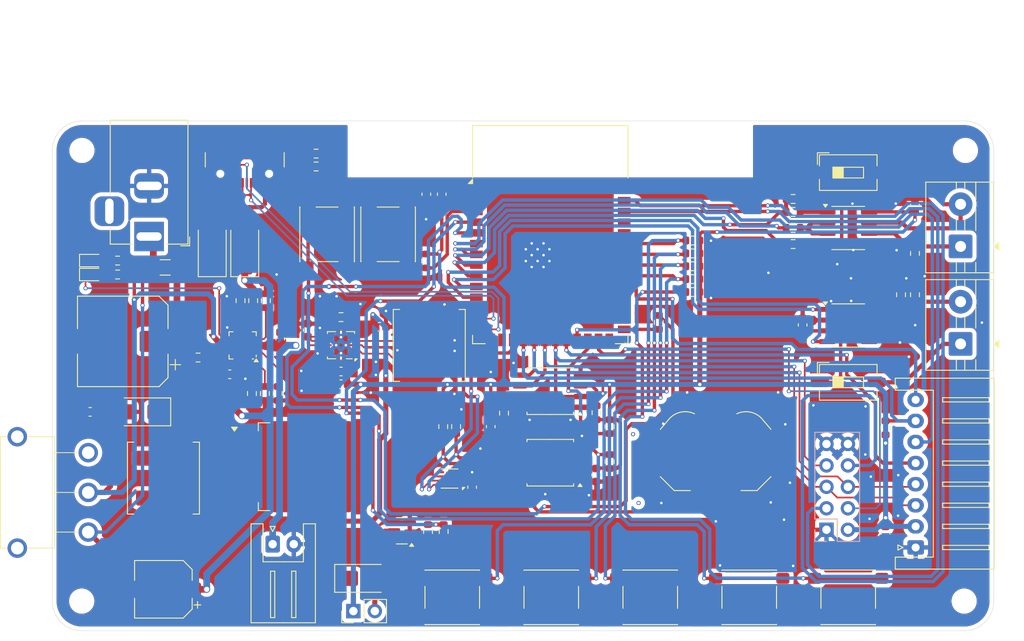
<source format=kicad_pcb>
(kicad_pcb (version 20241229) (generator "pcbnew") (generator_version "9.0")
  (layers (0 "F.Cu" signal) (2 "B.Cu" signal) (13 "F.Paste" user) (15 "B.Paste" user) (5 "F.SilkS" user "F.Silkscreen") (7 "B.SilkS" user "B.Silkscreen") (1 "F.Mask" user) (3 "B.Mask" user) (25 "Edge.Cuts" user))
  (net 0 "")
  (net 1 "/VBAT")
  (net 2 "GND")
  (net 3 "+5V")
  (net 4 "Net-(D1-K)")
  (net 5 "Net-(J4-Pin_1)")
  (net 6 "+3V3")
  (net 7 "Net-(SW3-B)")
  (net 8 "Net-(U4-EN)")
  (net 9 "Net-(U8-EN)")
  (net 10 "/VBUS")
  (net 11 "Net-(D3-A)")
  (net 12 "Net-(D4-K)")
  (net 13 "Net-(D4-A)")
  (net 14 "Net-(D5-A)")
  (net 15 "Net-(D6-K)")
  (net 16 "Net-(F1-Pad1)")
  (net 17 "Net-(J2-CC1)")
  (net 19 "Net-(J2-CC2)")
  (net 21 "/USB_D-")
  (net 22 "/USB_D+")
  (net 23 "/RS_B")
  (net 24 "/RS_A")
  (net 25 "/CAN_H")
  (net 26 "/CAN_L")
  (net 27 "/TFT_DC")
  (net 28 "/MOSI")
  (net 29 "/TFT_RST")
  (net 30 "/~{TFT_CS}")
  (net 31 "/TFT_BL")
  (net 32 "/CLK")
  (net 33 "/TXD0")
  (net 34 "/RXD0")
  (net 35 "/CAN_Tx")
  (net 36 "/CAN_Rx")
  (net 37 "/SW_OK")
  (net 38 "/SW_UP")
  (net 39 "/SW_DWN")
  (net 40 "/SW_LEF")
  (net 41 "/SW_RIG")
  (net 42 "/~{MEM_CS}")
  (net 43 "/RF_CS")
  (net 44 "/RF_GDO2")
  (net 45 "/RF_GDO0")
  (net 46 "/VIB_MOT")
  (net 47 "/~{DS_RST}")
  (net 48 "/RS_RE{slash}DE")
  (net 49 "/SDA")
  (net 50 "/SCL")
  (net 51 "/MISO")
  (net 52 "/RS_Tx")
  (net 53 "/RS_Rx")
  (net 54 "Net-(U4-L1)")
  (net 55 "Net-(U4-L2)")
  (net 56 "Net-(Q1-G)")
  (net 57 "Net-(U1-ITERM)")
  (net 58 "Net-(U1-~{CE})")
  (net 59 "Net-(U1-EN1)")
  (net 60 "Net-(U1-EN2)")
  (net 61 "Net-(U1-ILIM)")
  (net 62 "Net-(U1-ISET)")
  (net 63 "Net-(U1-TS)")
  (net 64 "Net-(U3-RO)")
  (net 65 "Net-(U3-DE)")
  (net 66 "Net-(U3-DI)")
  (net 67 "Net-(U6-Rs)")
  (net 68 "Net-(R29-Pad2)")
  (net 69 "Net-(U8-IO0)")
  (net 70 "Net-(U9-~{WP}{slash}IO_{2})")
  (net 71 "Net-(U9-~{HOLD}{slash}~{RESET}{slash}IO_{3})")
  (net 72 "Net-(R34-Pad2)")
  (net 73 "Net-(R35-Pad2)")
  (net 85 "Net-(SW3-C)")
  (footprint "Inductor_SMD:L_Coilcraft_XAL7020-102" (layer "F.Cu") (at 135.675 100.3 90)
    (property "Reference" "L2" (hide yes))
    (property "Value" "2.2uH")
  )
  (footprint "Resistor_SMD:R_0603_1608Metric" (layer "F.Cu") (at 193.175 89.4 -90)
    (property "Reference" "R35" (hide yes))
    (property "Value" "120")
  )
  (footprint "Resistor_SMD:R_0603_1608Metric" (layer "F.Cu") (at 166.875 92.45 180)
    (property "Reference" "R13" (hide yes))
    (property "Value" "100k")
  )
  (footprint "Resistor_SMD:R_0603_1608Metric" (layer "F.Cu") (at 166.875 89.4 180)
    (property "Reference" "R23" (hide yes))
    (property "Value" "100k")
  )
  (footprint "Package_SO:SOIC-8_5.3x5.3mm_P1.27mm" (layer "F.Cu") (at 150 105.725 180)
    (property "Reference" "U9" (hide yes))
    (property "Value" "W25Q16JVSS")
  )
  (footprint "Capacitor_SMD:C_0603_1608Metric" (layer "F.Cu") (at 137.15 82.385 -90)
    (property "Reference" "C16" (hide yes))
    (property "Value" "100nF")
  )
  (footprint "TerminalBlock:TerminalBlock_MaiXu_MX126-5.0-02P_1x02_P5.00mm" (layer "F.Cu") (at 198.575 100.125 90)
    (property "Reference" "J5" (hide yes))
    (property "Value" "CAN_Port")
  )
  (footprint "Capacitor_SMD:C_0603_1608Metric" (layer "F.Cu") (at 112.05 103.725)
    (property "Reference" "C1" (hide yes))
    (property "Value" "100nF")
  )
  (footprint "Resistor_SMD:R_0603_1608Metric" (layer "F.Cu") (at 155.475 108.275 90)
    (property "Reference" "R30" (hide yes))
    (property "Value" "10k")
  )
  (footprint "Resistor_SMD:R_0603_1608Metric" (layer "F.Cu") (at 114.825 95 -90)
    (property "Reference" "R4" (hide yes))
    (property "Value" "10k")
  )
  (footprint "Resistor_SMD:R_0603_1608Metric" (layer "F.Cu") (at 144.525 108.325 90)
    (property "Reference" "R31" (hide yes))
    (property "Value" "10k")
  )
  (footprint "Package_SO:SOIC-8_3.9x4.9mm_P1.27mm" (layer "F.Cu") (at 185.275 97.94)
    (property "Reference" "U6" (hide yes))
    (property "Value" "SN65HVD230")
  )
  (footprint "SS-12:SS-12D11" (layer "F.Cu") (at 91.1 117.72 90)
    (property "Reference" "SW3" (hide yes))
    (property "Value" "SW_SPDT")
  )
  (footprint "Resistor_SMD:R_0603_1608Metric" (layer "F.Cu") (at 125.225 96.95)
    (property "Reference" "R20" (hide yes))
    (property "Value" "10k")
  )
  (footprint "Package_SON:Texas_DRC0010J_ThermalVias" (layer "F.Cu") (at 125.2225 100.275 180)
    (property "Reference" "U4" (hide yes))
    (property "Value" "TPS63001")
  )
  (footprint "Resistor_SMD:R_0603_1608Metric" (layer "F.Cu") (at 178.75 86.375)
    (property "Reference" "R18" (hide yes))
    (property "Value" "270")
  )
  (footprint "Capacitor_SMD:C_0603_1608Metric" (layer "F.Cu") (at 125.225 103.39)
    (property "Reference" "C10" (hide yes))
    (property "Value" "10uF")
  )
  (footprint "Capacitor_SMD:C_0603_1608Metric" (layer "F.Cu") (at 189.69 122.52 90)
    (property "Reference" "C12" (hide yes))
    (property "Value" "100nF")
  )
  (footprint "Button_Switch_SMD:SW_DIP_SPSTx01_Slide_6.7x4.1mm_W6.73mm_P2.54mm_LowProfile_JPin" (layer "F.Cu") (at 185.275 79.825)
    (property "Reference" "SW10" (hide yes))
    (property "Value" "SW_DIP_x01")
  )
  (footprint "Inductor_SMD:L_Coilcraft_XAL7020-102" (layer "F.Cu") (at 104.2 116.025 -90)
    (property "Reference" "L1" (hide yes))
    (property "Value" "33uH")
  )
  (footprint "Resistor_SMD:R_0603_1608Metric" (layer "F.Cu") (at 117.73625 106 -90)
    (property "Reference" "R11" (hide yes))
    (property "Value" "10k")
  )
  (footprint "Resistor_SMD:R_0603_1608Metric" (layer "F.Cu") (at 193.175 94.3 90)
    (property "Reference" "R34" (hide yes))
    (property "Value" "120")
  )
  (footprint "Resistor_SMD:R_0603_1608Metric" (layer "F.Cu") (at 138.85 109.925 -90)
    (property "Reference" "R27" (hide yes))
    (property "Value" "10k")
  )
  (footprint "Package_TO_SOT_SMD:SOT-23" (layer "F.Cu") (at 132.425 122.2625 180)
    (property "Reference" "Q1" (hide yes))
    (property "Value" "AO3400A")
  )
  (footprint "Button_Switch_SMD:SW_SPST_PTS645Sx43SMTR92" (layer "F.Cu") (at 123.575 87.14 -90)
    (property "Reference" "SW8" (hide yes))
    (property "Value" "BOOT")
  )
  (footprint "Resistor_SMD:R_0603_1608Metric" (layer "F.Cu") (at 178.75 84.485)
    (property "Reference" "R17" (hide yes))
    (property "Value" "330")
  )
  (footprint "Package_TO_SOT_SMD:TO-263-5_TabPin3" (layer "F.Cu") (at 120.255 114.67)
    (property "Reference" "U2" (hide yes))
    (property "Value" "LM2596S-5")
  )
  (footprint "RF_Module:ESP32-S3-WROOM-1" (layer "F.Cu") (at 150 87.15)
    (property "Reference" "U8" (hide yes))
    (property "Value" "ESP32-S3-WROOM-1")
  )
  (footprint "Resistor_SMD:R_0603_1608Metric" (layer "F.Cu") (at 98.775 90.25)
    (property "Reference" "R14" (hide yes))
    (property "Value" "1k")
  )
  (footprint "Button_Switch_SMD:SW_SPST_PTS645Sx43SMTR92" (layer "F.Cu") (at 173.555 130.15 180)
    (property "Reference" "SW5" (hide yes))
    (property "Value" "LEFT")
  )
  (footprint "Capacitor_SMD:CP_Elec_6.3x7.7" (layer "F.Cu") (at 104.1925 129.2 180)
    (property "Reference" "C5" (hide yes))
    (property "Value" "220uF")
  )
  (footprint "Resistor_SMD:R_0603_1608Metric" (layer "F.Cu") (at 189.69 110.07 -90)
    (property "Reference" "R25" (hide yes))
    (property "Value" "10k")
  )
  (footprint "Resistor_SMD:R_0603_1608Metric" (layer "F.Cu") (at 114.675 106 90)
    (property "Reference" "R1" (hide yes))
    (property "Value" "10k")
  )
  (footprint "Button_Switch_SMD:SW_SPST_PTS645Sx43SMTR92" (layer "F.Cu") (at 161.835 130.15 180)
    (property "Reference" "SW4" (hide yes))
    (property "Value" "RIGHT")
  )
  (footprint "Diode_SMD:D_SMA" (layer "F.Cu") (at 113.825 88.645 90)
    (property "Reference" "D2" (hide yes))
    (property "Value" "1N5824")
  )
  (footprint "MountingHole:MountingHole_2.7mm_M2.5" (layer "F.Cu") (at 199.15 77.2)
    (property "Reference" "H3" (hide yes))
    (property "Value" "MountingHole_Pad")
  )
  (footprint "Capacitor_SMD:C_0603_1608Metric" (layer "F.Cu") (at 193.175 83.71 -90)
    (property "Reference" "C4" (hide yes))
    (property "Value" "100nF")
  )
  (footprint "Resistor_SMD:R_0603_1608Metric" (layer "F.Cu") (at 116.21125 106 90)
    (property "Reference" "R6" (hide yes))
    (property "Value" "1k")
  )
  (footprint "Resistor_SMD:R_0603_1608Metric" (layer "F.Cu") (at 166.875 90.925 180)
    (property "Reference" "R15" (hide yes))
    (property "Value" "100k")
  )
  (footprint "Connector_JST:JST_XH_S8B-XH-A_1x08_P2.50mm_Horizontal" (layer "F.Cu") (at 193.255 124.245 90)
    (property "Reference" "J6" (hide yes))
    (property "Value" "Conn_01x08")
  )
  (footprint "Capacitor_SMD:C_0603_1608Metric" (layer "F.Cu") (at 140.75 117.1 -90)
    (property "Reference" "C14" (hide yes))
    (property "Value" "100nF")
  )
  (footprint "Resistor_SMD:R_0603_1608Metric" (layer "F.Cu") (at 157.025 114.06 90)
    (property "Reference" "R21" (hide yes))
    (property "Value" "10k")
  )
  (footprint "Package_SO:SOIC-8_3.9x4.9mm_P1.27mm" (layer "F.Cu") (at 185.275 86.39)
    (property "Reference" "U3" (hide yes))
    (property "Value" "MAX3485")
  )
  (footprint "LED_SMD:LED_0603_1608Metric" (layer "F.Cu") (at 95.75 91.9)
    (property "Reference" "D4" (hide yes))
    (property "Value" "LED")
  )
  (footprint "Capacitor_SMD:C_0603_1608Metric" (layer "F.Cu") (at 95.525 108.175 180)
    (property "Reference" "C6" (hide yes))
    (property "Value" "10uF")
  )
  (footprint "Resistor_SMD:R_0603_1608Metric" (layer "F.Cu") (at 162.85 97.575 90)
    (property "Reference" "R29" (hide yes))
    (property "Value" "470")
  )
  (footprint "Resistor_SMD:R_0603_1608Metric" (layer "F.Cu") (at 135.325 90.295 -90)
    (property "Reference" "R33" (hide yes))
    (property "Value" "100k")
  )
  (footprint "Capacitor_SMD:C_0603_1608Metric" (layer "F.Cu") (at 142.95 109.925 90)
    (property "Reference" "C17" (hide yes))
    (property "Value" "100nF")
  )
  (footprint "Package_SO:SOIC-8_5.3x5.3mm_P1.27mm" (layer "F.Cu") (at 150 114.2 180)
    (property "Reference" "U5" (hide yes))
    (property "Value" "DS3231MZ")
  )
  (footprint "Capacitor_SMD:CP_Elec_10x12.5" (layer "F.Cu") (at 99.3825 99.825 180)
    (property "Reference" "C2" (hide yes))
    (property "Value" "680uF")
  )
  (footprint "MountingHole:MountingHole_2.7mm_M2.5" (layer "F.Cu") (at 199 130.6)
    (property "Reference" "H4" (hide yes))
    (property "Value" "MountingHole_Pad")
  )
  (footprint "MountingHole:MountingHole_2.7mm_M2.5" (layer "F.Cu") (at 94.55 77.2)
    (property "Reference" "H1" (hide yes))
    (property "Value" "MountingHole_Pad")
  )
  (footprint "Capacitor_SMD:C_0603_1608Metric" (layer "F.Cu") (at 155.45 115.66 90)
    (property "Reference" "C9" (hide yes))
    (property "Value" "100nF")
  )
  (footprint "Resistor_SMD:R_0603_1608Metric" (layer "F.Cu") (at 98.775 91.9)
    (property "Reference" "R12" (hide yes))
    (property "Value" "1k")
  )
  (footprint "Capacitor_SMD:C_0603_1608Metric" (layer "F.Cu") (at 118.025 99.525 90)
    (property "Reference" "C3" (hide yes))
    (property "Value" "10uF")
  )
  (footprint "Connector_BarrelJack:BarrelJack_Horizontal" (layer "F.Cu") (at 102.5 87.4 -90)
    (property "Reference" "J1" (hide yes))
    (property "Value" "Jack-DC")
  )
  (footprint "Resistor_SMD:R_0603_1608Metric" (layer "F.Cu") (at 108.3 101.7375)
    (property "Reference" "R5" (hide yes))
    (property "Value" "1k")
  )
  (footprint "Battery:BatteryHolder_LINX_BAT-HLD-012-SMT" (layer "F.Cu") (at 169.575 113.1 180)
    (property "Reference" "BT1" (hide yes))
    (property "Value" "Battery_Cell")
  )
  (footprint "Diode_SMD:D_SMA" (layer "F.Cu") (at 101.55 108.175 180)
    (property "Reference" "D6" (hide yes))
    (property "Value" "1N5824")
  )
  (footprint "Resistor_SMD:R_0603_1608Metric" (layer "F.Cu") (at 122.275 79.1 180)
    (property "Reference" "R8" (hide yes))
    (property "Value" "5k1")
  )
  (footprint "Resistor_SMD:R_0603_1608Metric" (layer "F.Cu") (at 137.325 109.925 -90)
    (property "Reference" "R28" (hide yes))
    (property "Value" "10k")
  )
  (footprint "Button_Switch_SMD:SW_SPST_PTS645Sx43SMTR92" (layer "F.Cu") (at 138.395 130.15 180)
    (property "Reference" "SW1" (hide yes))
    (property "Value" "UP")
  )
  (footprint "Button_Switch_SMD:SW_SPST_PTS645Sx43SMTR92" (layer "F.Cu") (at 130.8 87.14 90)
    (property "Reference" "SW7" (hide yes))
    (property "Value" "RST")
  )
  (footprint "Capacitor_SMD:C_0603_1608Metric" (layer "F.Cu") (at 129.775 98.1 180)
    (property "Reference" "C7" (hide yes))
    (property "Value" "10uF")
  )
  (footprint "Resistor_SMD:R_0603_1608Metric" (layer "F.Cu") (at 135.525 122.35 90)
    (property "Reference" "R10" (hide yes))
    (property "Value" "180")
  )
  (footprint "Resistor_SMD:R_0603_1608Metric" (layer "F.Cu") (at 137.375 122.35 -90)
    (property "Reference" "R7" (hide yes))
    (property "Value" "10k")
  )
  (footprint "Capacitor_SMD:C_0603_1608Metric" (layer "F.Cu") (at 135.325 82.385 -90)
    (property "Reference" "C15" (hide yes))
    (property "Value" "100nF")
  )
  (footprint "Package_DFN_QFN:VQFN-16-1EP_3x3mm_P0.5mm_EP1.6x1.6mm" (layer "F.Cu") (at 113.575 100.3 180)
    (property "Reference" "U1" (hide yes))
    (property "Value" "BQ24074RGT")
  )
  (footprint "Resistor_SMD:R_0603_1608Metric" (layer "F.Cu") (at 122.275 77.575)
    (property "Reference" "R9" (hide yes))
    (property "Value" "5k1")
  )
  (footprint "Capacitor_SMD:C_0603_1608Metric" (layer "F.Cu") (at 179.875 97.875 -90)
    (property "Reference" "C13" (hide yes))
    (property "Value" "100nF")
  )
  (footprint "Resistor_SMD:R_0603_1608Metric" (layer "F.Cu") (at 191.525 94.3 90)
    (property "Reference" "R26" (hide yes))
    (property "Value" "10k")
  )
  (footprint "Resistor_SMD:R_0603_1608Metric" (layer "F.Cu") (at 166.875 93.975 180)
    (property "Reference" "R24" (hide yes))
    (property "Value" "100k")
  )
  (footprint "Connector_PinHeader_2.54mm:PinHeader_1x02_P2.54mm_Vertical" (layer "F.Cu") (at 126.6875 131.78 90)
    (property "Reference" "M1" (hide yes))
    (property "Value" "Motor_DC")
  )
  (footprint "Button_Switch_SMD:SW_SPST_PTS645Sx43SMTR92" (layer "F.Cu") (at 150.115 130.15 180)
    (property "Reference" "SW2" (hide yes))
    (property "Value" "DOWN")
  )
  (footprint "Resistor_SMD:R_0603_1608Metric" (layer "F.Cu") (at 166.875 87.875 180)
    (property "Reference" "R16" (hide yes))
    (property "Value" "100k")
  )
  (footprint "Connector_USB:USB_C_Receptacle_GCT_USB4105-xx-A_16P_TopMnt_Horizontal" (layer "F.Cu") (at 113.825 77.36 180)
    (property "Reference" "J2" (hide yes))
    (property "Value" "USB_C_Receptacle")
  )
  (footprint "Resistor_SMD:R_0603_1608Metric" (layer "F.Cu") (at 178.75 88.295)
    (property "Reference" "R19" (hide yes))
    (property "Value" "270")
  )
  (footprint "Resistor_SMD:R_0603_1608Metric" (layer "F.Cu") (at 116.325 95 -90)
    (property "Reference" "R2" (hide yes))
    (property "Value" "10k")
  )
  (footprint "Resistor_SMD:R_0603_1608Metric" (layer "F.Cu") (at 113.325 95 -90)
    (property "Reference" "R3" (hide yes))
    (property "Value" "10k")
  )
  (footprint "Package_DFN_QFN:DFN-8-1EP_2x2mm_P0.5mm_EP0.8x1.6mm" (layer "F.Cu") (at 138.075 116.075 180)
    (property "Reference" "U7" (hide yes))
    (property "Value" "MAX17048G_T10")
  )
  (footprint "Fuse:Fuse_1206_3216Metric" (layer "F.Cu") (at 104.4 91.06)
    (property "Reference" "F1" (hide yes))
    (property "Value" "1A")
  )
  (footprint "Diode_SMD:D_SMA" (layer "F.Cu") (at 127.985 127.9)
    (property "Reference" "D3" (hide yes))
    (property "Value" "1N5824")
  )
  (footprint "MountingHole:MountingHole_2.7mm_M2.5" (layer "F.Cu") (at 94.525 130.6)
    (property "Reference" "H2" (hide yes))
    (property "Value" "MountingHole_Pad")
  )
  (footprint "Resistor_SMD:R_0603_1608Metric" (layer "F.Cu") (at 178.75 82.95 180)
    (property "Reference" "R22" (hide yes))
    (property "Value" "680")
  )
  (footprint "Button_Switch_SMD:SW_DIP_SPSTx01_Slide_6.7x4.1mm_W6.73mm_P2.54mm_LowProfile_JPin" (layer "F.Cu") (at 185.275 104.675)
    (property "Reference" "SW9" (hide yes))
    (property "Value" "SW_DIP_x01")
  )
  (footprint "Resistor_SMD:R_0603_1608Metric" (layer "F.Cu") (at 157.025 109.925 -90)
    (property "Reference" "R32" (hide yes))
    (property "Value" "10k")
  )
  (footprint "TerminalBlock:TerminalBlock_MaiXu_MX126-5.0-02P_1x02_P5.00mm" (layer "F.Cu") (at 198.575 88.575 90)
    (property "Reference" "J3" (hide yes))
    (property "Value" "RS_Port")
  )
  (footprint "LED_SMD:LED_0603_1608Metric" (layer "F.Cu") (at 95.75 90.25)
    (property "Reference" "D5" (hide yes))
    (property "Value" "LED")
  )
  (footprint "Connector_JST:JST_XH_S2B-XH-A_1x02_P2.50mm_Horizontal" (layer "F.Cu") (at 117.13 123.85)
    (property "Reference" "J4" (hide yes))
    (property "Value" "Batt_Port")
  )
  (footprint "Capacitor_SMD:C_0603_1608Metric" (layer "F.Cu") (at 125.225 104.9)
    (property "Reference" "C11" (hide yes))
    (property "Value" "10uF")
  )
  (footprint "Diode_SMD:D_SMA" (layer "F.Cu") (at 109.975 88.645 90)
    (property "Reference" "D1" (hide yes))
    (property "Value" "1N5824")
  )
  (footprint "Capacitor_SMD:C_0603_1608Metric" (layer "F.Cu") (at 121.275 98.5 -90)
    (property "Reference" "C8" (hide yes))
    (property "Value" "100nF")
  )
  (footprint "Button_Switch_SMD:SW_SPST_PTS645Sx43SMTR92" (layer "F.Cu") (at 185.275 130.15 180)
    (property "Reference" "SW6" (hide yes))
    (property "Value" "OK")
  )
  (footprint "Connector_PinHeader_2.54mm:PinHeader_2x05_P2.54mm_Vertical" (layer "B.Cu") (at 182.7 122.14)
    (property "Reference" "J7" (hide yes))
    (property "Value" "E07-M1101D-SMA" (hide yes))
  )
  (gr_arc (start 91.05 77.2) (mid 92.075126 74.725126) (end 94.55 73.7) (stroke (width 0.05)) (layer "Edge.Cuts"))
  (gr_line (start 91.05 130.6) (end 91.05 77.2) (stroke (width 0.05)) (layer "Edge.Cuts"))
  (gr_arc (start 94.55 134.1) (mid 92.075126 133.074874) (end 91.05 130.6) (stroke (width 0.05)) (layer "Edge.Cuts"))
  (gr_arc (start 199 73.7) (mid 201.474874 74.725126) (end 202.5 77.2) (stroke (width 0.05)) (layer "Edge.Cuts"))
  (gr_arc (start 202.5 130.6) (mid 201.474874 133.074874) (end 199 134.1) (stroke (width 0.05)) (layer "Edge.Cuts"))
  (gr_line (start 94.55 73.7) (end 199 73.7) (stroke (width 0.05)) (layer "Edge.Cuts"))
  (gr_line (start 202.5 77.2) (end 202.5 130.6) (stroke (width 0.05)) (layer "Edge.Cuts"))
  (gr_line (start 199 134.1) (end 94.55 134.1) (stroke (width 0.05)) (layer "Edge.Cuts"))
  (via (at 160.45 118.975) (size 0.5) (drill 0.3) (layers "F.Cu" "B.Cu") (net 0))
  (via (at 159.8 110.825) (size 0.5) (drill 0.3) (layers "F.Cu" "B.Cu") (net 0))
  (segment (start 176.625 120.025) (end 162.625 120.025) (width 0.4) (layer "F.Cu") (net 1))
  (segment (start 147.7 117.2) (end 148.15 117.65) (width 0.4) (layer "F.Cu") (net 1))
  (segment (start 148.15 119.525) (end 148.65 120.025) (width 0.4) (layer "F.Cu") (net 1))
  (segment (start 147.7 117.2) (end 148.15 116.75) (width 0.4) (layer "F.Cu") (net 1))
  (segment (start 177.175 119.475) (end 176.625 120.025) (width 0.4) (layer "F.Cu") (net 1))
  (segment (start 142.125 116.325) (end 143 117.2) (width 0.4) (layer "F.Cu") (net 1))
  (segment (start 148.15 116.75) (end 148.15 114.025) (width 0.4) (layer "F.Cu") (net 1))
  (segment (start 148.65 120.025) (end 161.35 120.025) (width 0.4) (layer "F.Cu") (net 1))
  (segment (start 139.075 116.325) (end 140.75 116.325) (width 0.2) (layer "F.Cu") (net 1))
  (segment (start 161.975 119.375) (end 161.975 119.975) (width 0.4) (layer "F.Cu") (net 1))
  (segment (start 148.15 116.75) (end 148.15 117.65) (width 0.4) (layer "F.Cu") (net 1))
  (segment (start 161.35 120.025) (end 161.925 120.025) (width 0.4) (layer "F.Cu") (net 1))
  (segment (start 148.15 117.65) (end 148.15 119.525) (width 0.4) (layer "F.Cu") (net 1))
  (segment (start 161.975 119.375) (end 161.975 119.4) (width 0.4) (layer "F.Cu") (net 1))
  (segment (start 143 117.2) (end 147.7 117.2) (width 0.4) (layer "F.Cu") (net 1))
  (segment (start 148.15 114.025) (end 147.69 113.565) (width 0.4) (layer "F.Cu") (net 1))
  (segment (start 140.75 116.325) (end 142.125 116.325) (width 0.4) (layer "F.Cu") (net 1))
  (segment (start 139.075 115.825) (end 140.25 115.825) (width 0.2) (layer "F.Cu") (net 1))
  (segment (start 161.975 113.1) (end 161.975 119.375) (width 0.4) (layer "F.Cu") (net 1))
  (segment (start 147.69 113.565) (end 146.4125 113.565) (width 0.4) (layer "F.Cu") (net 1))
  (segment (start 140.25 115.825) (end 140.75 116.325) (width 0.2) (layer "F.Cu") (net 1))
  (segment (start 161.925 120.025) (end 162.625 120.025) (width 0.4) (layer "F.Cu") (net 1))
  (segment (start 161.975 119.375) (end 162.625 120.025) (width 0.4) (layer "F.Cu") (net 1))
  (segment (start 177.175 113.1) (end 177.175 119.475) (width 0.4) (layer "F.Cu") (net 1))
  (segment (start 161.975 119.975) (end 161.925 120.025) (width 0.4) (layer "F.Cu") (net 1))
  (segment (start 161.975 119.4) (end 161.35 120.025) (width 0.4) (layer "F.Cu") (net 1))
  (segment (start 110.625 82.1) (end 110.425 82.3) (width 0.4) (layer "F.Cu") (net 2))
  (segment (start 155.82 103.82) (end 153.5875 103.82) (width 0.3) (layer "F.Cu") (net 2))
  (segment (start 117.025 81.04) (end 117.57 81.04) (width 0.4) (layer "F.Cu") (net 2))
  (segment (start 112.0375 98.8625) (end 111.75 98.575) (width 0.2) (layer "F.Cu") (net 2))
  (segment (start 139.075 115.325) (end 140.75 115.325) (width 0.2) (layer "F.Cu") (net 2))
  (segment (start 110.625 81.04) (end 110.08 81.04) (width 0.4) (layer "F.Cu") (net 2))
  (segment (start 139.7 116.825) (end 140.75 117.875) (width 0.2) (layer "F.Cu") (net 2))
  (segment (start 112.825 99.284202) (end 112.825 98.8625) (width 0.2) (layer "F.Cu") (net 2))
  (segment (start 113.325 101.7375) (end 113.325 102.5) (width 0.2) (layer "F.Cu") (net 2))
  (segment (start 131.9 100.875) (end 131.55125 100.52625) (width 0.2) (layer "F.Cu") (net 2))
  (segment (start 137.075 115.825) (end 136.35 115.825) (width 0.2) (layer "F.Cu") (net 2))
  (segment (start 130.55 98.1) (end 130.55 96.225) (width 0.4) (layer "F.Cu") (net 2))
  (segment (start 112.825 98) (end 112.625 97.8) (width 0.2) (layer "F.Cu") (net 2))
  (segment (start 127.675 100.275) (end 126.6225 100.275) (width 0.2) (layer "F.Cu") (net 2))
  (segment (start 156.225 104.225) (end 155.82 103.82) (width 0.3) (layer "F.Cu") (net 2))
  (segment (start 182.8 97.305) (end 181.595 97.305) (width 0.4) (layer "F.Cu") (net 2))
  (segment (start 112.876 99.335202) (end 112.825 99.284202) (width 0.2) (layer "F.Cu") (net 2))
  (segment (start 113.325 93.6) (end 112.85 93.125) (width 0.4) (layer "F.Cu") (net 2))
  (segment (start 117.025 82.125) (end 117.25 82.35) (width 0.4) (layer "F.Cu") (net 2))
  (segment (start 181.53 97.305) (end 181.225 97) (width 0.4) (layer "F.Cu") (net 2))
  (segment (start 181.595 97.305) (end 181.225 97.675) (width 0.4) (layer "F.Cu") (net 2))
  (segment (start 111.75 98.575) (end 111.75 98.175) (width 0.2) (layer "F.Cu") (net 2))
  (segment (start 113.575 100.3) (end 112.876 99.601) (width 0.2) (layer "F.Cu") (net 2))
  (segment (start 124.7225 100.775) (end 125.2225 100.275) (width 0.2) (layer "F.Cu") (net 2))
  (segment (start 117.025 81.04) (end 117.025 82.125) (width 0.4) (layer "F.Cu") (net 2))
  (segment (start 117.57 81.04) (end 118.145 80.465) (width 0.4) (layer "F.Cu") (net 2))
  (segment (start 113.575 100.3) (end 113.325 100.55) (width 0.2) (layer "F.Cu") (net 2))
  (segment (start 182.8 97.305) (end 181.53 97.305) (width 0.4) (layer "F.Cu") (net 2))
  (segment (start 113.325 100.55) (end 113.325 101.7375) (width 0.2) (layer "F.Cu") (net 2))
  (segment (start 127.92625 100.52625) (end 127.675 100.275) (width 0.2) (layer "F.Cu") (net 2))
  (segment (start 139.075 116.825) (end 139.7 116.825) (width 0.2) (layer "F.Cu") (net 2))
  (segment (start 112.825 98.8625) (end 112.825 98) (width 0.2) (layer "F.Cu") (net 2))
  (segment (start 113.325 102.5) (end 113.9 103.075) (width 0.2) (layer "F.Cu") (net 2))
  (segment (start 112.876 99.601) (end 112.876 99.335202) (width 0.2) (layer "F.Cu") (net 2))
  (segment (start 136.35 115.825) (end 136.15 115.625) (width 0.2) (layer "F.Cu") (net 2))
  (segment (start 126.6225 100.275) (end 125.7975 100.275) (width 0.2) (layer "F.Cu") (net 2))
  (segment (start 110.08 81.04) (end 109.505 80.465) (width 0.4) (layer "F.Cu") (net 2))
  (segment (start 113.9 103.075) (end 113.9 104.25) (width 0.2) (layer "F.Cu") (net 2))
  (segment (start 112.825 98.8625) (end 112.0375 98.8625) (width 0.2) (layer "F.Cu") (net 2))
  (segment (start 131.55125 100.52625) (end 127.92625 100.52625) (width 0.2) (layer "F.Cu") (net 2))
  (segment (start 123.8225 100.775) (end 124.7225 100.775) (width 0.2) (layer "F.Cu") (net 2))
  (segment (start 139.075 116.825) (end 139.075 117.375) (width 0.2) (layer "F.Cu") (net 2))
  (segment (start 156.225 106) (end 156.225 104.225) (width 0.3) (layer "F.Cu") (net 2))
  (segment (start 110.625 81.04) (end 110.625 82.1) (width 0.4) (layer "F.Cu") (net 2))
  (segment (start 113.325 94.175) (end 113.325 93.6) (width 0.4) (layer "F.Cu") (net 2))
  (via (at 185.775 83.5) (size 0.5) (drill 0.3) (layers "F.Cu" "B.Cu") (net 2))
  (via (at 181.15 107.4) (size 0.5) (drill 0.3) (layers "F.Cu" "B.Cu") (net 2))
  (via (at 128.75 105.9) (size 0.5) (drill 0.3) (layers "F.Cu" "B.Cu") (net 2))
  (via (at 187.8 120.85) (size 0.5) (drill 0.3) (layers "F.Cu" "B.Cu") (net 2))
  (via (at 183.25 95.05) (size 0.5) (drill 0.3) (layers "F.Cu" "B.Cu") (net 2))
  (via (at 152.4 109.125) (size 0.5) (drill 0.3) (layers "F.Cu" "B.Cu") (net 2))
  (via (at 163.15 118.975) (size 0.5) (drill 0.3) (layers "F.Cu" "B.Cu") (net 2))
  (via (at 178.75 126.425) (size 0.5) (drill 0.3) (layers "F.Cu" "B.Cu") (net 2))
  (via (at 122.725 98.225) (size 0.5) (drill 0.3) (layers "F.Cu" "B.Cu") (net 2))
  (via (at 194.325 92.1) (size 0.5) (drill 0.3) (layers "F.Cu" "B.Cu") (net 2))
  (via (at 111.75 98.175) (size 0.5) (drill 0.3) (layers "F.Cu" "B.Cu") (net 2))
  (via (at 139.475 107.875) (size 0.5) (drill 0.3) (layers "F.Cu" "B.Cu") (net 2))
  (via (at 129.35 102.25) (size 0.5) (drill 0.3) (layers "F.Cu" "B.Cu") (net 2))
  (via (at 138.65 106.05) (size 0.5) (drill 0.3) (layers "F.Cu" "B.Cu") (net 2))
  (via (at 177.675 120.95) (size 0.5) (drill 0.3) (layers "F.Cu" "B.Cu") (net 2))
  (via (at 185.6 92.35) (size 0.5) (drill 0.3) (layers "F.Cu" "B.Cu") (net 2))
  (via (at 122.725 94.475) (size 0.5) (drill 0.3) (layers "F.Cu" "B.Cu") (net 2))
  (via (at 187.3 113.225) (size 0.5) (drill 0.3) (layers "F.Cu" "B.Cu") (net 2))
  (via (at 170.1 126.375) (size 0.5) (drill 0.3) (layers "F.Cu" "B.Cu") (net 2))
  (via (at 141.725 112.525) (size 0.5) (drill 0.3) (layers "F.Cu" "B.Cu") (net 2))
  (via (at 183.975 90.675) (size 0.5) (drill 0.3) (layers "F.Cu" "B.Cu") (net 2))
  (via (at 201.1 97.6) (size 0.5) (drill 0.3) (layers "F.Cu" "B.Cu") (net 2))
  (via (at 175.825 91.7) (size 0.5) (drill 0.3) (layers "F.Cu" "B.Cu") (net 2))
  (via (at 111.7 94.475) (size 0.5) (drill 0.3) (layers "F.Cu" "B.Cu") (net 2))
  (via (at 192.15 92.35) (size 0.5) (drill 0.3) (layers "F.Cu" "B.Cu") (net 2))
  (via (at 129.35 103.8) (size 0.5) (drill 0.3) (layers "F.Cu" "B.Cu") (net 2))
  (via (at 120.525 103.325) (size 0.5) (drill 0.3) (layers "F.Cu" "B.Cu") (net 2))
  (via (at 147.55 109.125) (size 0.5) (drill 0.3) (layers "F.Cu" "B.Cu") (net 2))
  (via (at 149.4 117.925) (size 0.5) (drill 0.3) (layers "F.Cu" "B.Cu") (net 2))
  (via (at 117.6 91.9) (size 0.5) (drill 0.3) (layers "F.Cu" "B.Cu") (net 2))
  (via (at 166.2 105.875) (size 0.5) (drill 0.3) (layers "F.Cu" "B.Cu") (net 2))
  (via (at 185.875 89) (size 0.5) (drill 0.3) (layers "F.Cu" "B.Cu") (net 2))
  (via (at 138.675 100.95) (size 0.5) (drill 0.3) (layers "F.Cu" "B.Cu") (net 2))
  (via (at 193.2 97.9) (size 0.5) (drill 0.3) (layers "F.Cu" "B.Cu") (net 2))
  (via (at 120.55 105.675) (size 0.5) (drill 0.3) (layers "F.Cu" "B.Cu") (net 2))
  (via (at 142.95 103.45) (size 0.5) (drill 0.3) (layers "F.Cu" "B.Cu") (net 2))
  (via (at 137.475 95.45) (size 0.5) (drill 0.3) (layers "F.Cu" "B.Cu") (net 2))
  (via (at 185.625 95.025) (size 0.5) (drill 0.3) (layers "F.Cu" "B.Cu") (net 2))
  (via (at 138.675 99.7) (size 0.5) (drill 0.3) (layers "F.Cu" "B.Cu") (net 2))
  (via (at 191.4 99.95) (size 0.5) (drill 0.3) (layers "F.Cu" "B.Cu") (net 2))
  (via (at 113.9 104.25) (size 0.5) (drill 0.3) (layers "F.Cu" "B.Cu") (net 2))
  (via (at 169.025 87.9) (size 0.5) (drill 0.3) (layers "F.Cu" "B.Cu") (net 2))
  (via (at 124.7 94.475) (size 0.5) (drill 0.3) (layers "F.Cu" "B.Cu") (net 2))
  (via (at 177.825 109.65) (size 0.5) (drill 0.3) (layers "F.Cu" "B.Cu") (net 2))
  (via (at 191 89.025) (size 0.5) (drill 0.3) (layers "F.Cu" "B.Cu") (net 2))
  (via (at 130.55 96.225) (size 0.5) (drill 0.3) (layers "F.Cu" "B.Cu") (net 2))
  (via (at 140.75 115.325) (size 0.5) (drill 0.3) (layers "F.Cu" "B.Cu") (net 2))
  (via (at 169.025 94.675) (size 0.5) (drill 0.3) (layers "F.Cu" "B.Cu") (net 2))
  (via (at 190.9 83.5) (size 0.5) (drill 0.3) (layers "F.Cu" "B.Cu") (net 2))
  (via (at 176.1 118.9) (size 0.5) (drill 0.3) (layers "F.Cu" "B.Cu") (net 2))
  (via (at 156.225 106) (size 0.5) (drill 0.3) (layers "F.Cu" "B.Cu") (net 2))
  (via (at 191.175 120.475) (size 0.5) (drill 0.3) (layers "F.Cu" "B.Cu") (net 2))
  (via (at 153.75 111.025) (size 0.5) (drill 0.3) (layers "F.Cu" "B.Cu") (net 2))
  (via (at 187.325 107.525) (size 0.5) (drill 0.3) (layers "F.Cu" "B.Cu") (net 2))
  (via (at 154.575 118.05) (size 0.5) (drill 0.3) (layers "F.Cu" "B.Cu") (net 2))
  (via (at 178.375 116.575) (size 0.5) (drill 0.3) (layers "F.Cu" "B.Cu") (net 2))
  (via (at 145.65 102.375) (size 0.5) (drill 0.3) (layers "F.Cu" "B.Cu") (net 2))
  (via (at 127.525 95.4) (size 0.5) (drill 0.3) (layers "F.Cu" "B.Cu") (net 2))
  (via (at 192.45 101.65) (size 0.5) (drill 0.3) (layers "F.Cu" "B.Cu") (net 2))
  (via (at 187.95 115.85) (size 0.5) (drill 0.3) (layers "F.Cu" "B.Cu") (net 2))
  (via (at 169.6 121.15) (size 0.5) (drill 0.3) (layers "F.Cu" "B.Cu") (net 2))
  (via (at 163.375 109.575) (size 0.5) (drill 0.3) (layers "F.Cu" "B.Cu") (net 2))
  (via (at 191.2 115.675) (size 0.5) (drill 0.3) (layers "F.Cu" "B.Cu") (net 2))
  (via (at 135.3 85.35) (size 0.5) (drill 0.3) (layers "F.Cu" "B.Cu") (net 2))
  (via (at 122.45 101.25) (size 0.5) (drill 0.3) (layers "F.Cu" "B.Cu") (net 2))
  (via (at 131.9 100.875) (size 0.5) (drill 0.3) (layers "F.Cu" "B.Cu") (net 2))
  (via (at 176.975 105.875) (size 0.5) (drill 0.3) (layers "F.Cu" "B.Cu") (net 2))
  (segment (start 125.225 99.7) (end 124.65 100.275) (width 0.4) (layer "B.Cu") (net 2))
  (segment (start 125.225 99.7) (end 125.8 100.275) (width 0.4) (layer "B.Cu") (net 2))
  (segment (start 182.7 122.15) (end 183.925 123.375) (width 0.4) (layer "B.Cu") (net 2))
  (segment (start 125.225 101.225) (end 125.225 100.85) (width 0.4) (layer "B.Cu") (net 2))
  (segment (start 182.7 122.14) (end 182.685 122.14) (width 0.4) (layer "B.Cu") (net 2))
  (segment (start 125.225 99.325) (end 125.225 99.7) (width 0.4) (layer "B.Cu") (net 2))
  (segment (start 125.225 100.85) (end 124.65 100.275) (width 0.4) (layer "B.Cu") (net 2))
  (segment (start 125.225 100.85) (end 125.8 100.275) (width 0.4) (layer "B.Cu") (net 2))
  (segment (start 182.7 122.14) (end 182.7 122.15) (width 0.4) (layer "B.Cu") (net 2))
  (segment (start 182.685 122.14) (end 181.425 123.4) (width 0.4) (layer "B.Cu") (net 2))
  (segment (start 113.825 90.645) (end 113.825 92.6) (width 0.8) (layer "F.Cu") (net 3))
  (segment (start 106.8925 129.2) (end 109.325 129.2) (width 0.8) (layer "F.Cu") (net 3))
  (segment (start 113.5 108.65) (end 112.825 107.975) (width 0.8) (layer "F.Cu") (net 3))
  (segment (start 112.605 116.37) (end 104.805 116.37) (width 0.8) (layer "F.Cu") (net 3))
  (segment (start 104.805 116.37) (end 104.2 116.975) (width 0.8) (layer "F.Cu") (net 3))
  (segment (start 104.2 116.975) (end 104.2 118.385) (width 0.8) (layer "F.Cu") (net 3))
  (segment (start 114.825 93.6) (end 114.825 94.175) (width 0.8) (layer "F.Cu") (net 3))
  (segment (start 104.2 119.875) (end 106.8925 122.5675) (width 0.8) (layer "F.Cu") (net 3))
  (segment (start 112.825 107.975) (end 112.825 103.725) (width 0.8) (layer "F.Cu") (net 3))
  (segment (start 106.8925 122.5675) (end 106.8925 129.2) (width 0.8) (layer "F.Cu") (net 3))
  (segment (start 113.825 92.6) (end 114.825 93.6) (width 0.8) (layer "F.Cu") (net 3))
  (segment (start 104.2 118.385) (end 104.2 119.875) (width 0.8) (layer "F.Cu") (net 3))
  (via (at 109.325 129.2) (size 0.8) (drill 0.6) (layers "F.Cu" "B.Cu") (net 3))
  (via (at 113.5 108.65) (size 0.8) (drill 0.6) (layers "F.Cu" "B.Cu") (net 3))
  (via (at 113.825 92.6) (size 0.8) (drill 0.6) (layers "F.Cu" "B.Cu") (net 3))
  (segment (start 115.95 108.65) (end 116.825 109.525) (width 0.8) (layer "B.Cu") (net 3))
  (segment (start 115.95 108.65) (end 116.825 107.775) (width 0.8) (layer "B.Cu") (net 3))
  (segment (start 116.1 92.6) (end 116.825 93.325) (width 0.8) (layer "B.Cu") (net 3))
  (segment (start 116.825 119.875) (end 116.825 109.525) (width 0.8) (layer "B.Cu") (net 3))
  (segment (start 109.325 127.375) (end 116.825 119.875) (width 0.8) (layer "B.Cu") (net 3))
  (segment (start 116.8 108.65) (end 116.825 108.675) (width 0.8) (layer "B.Cu") (net 3))
  (segment (start 116.825 108.675) (end 116.825 107.775) (width 0.8) (layer "B.Cu") (net 3))
  (segment (start 113.825 92.6) (end 116.1 92.6) (width 0.8) (layer "B.Cu") (net 3))
  (segment (start 116.825 109.525) (end 116.825 108.675) (width 0.8) (layer "B.Cu") (net 3))
  (segment (start 115.95 108.65) (end 116.8 108.65) (width 0.8) (layer "B.Cu") (net 3))
  (segment (start 113.5 108.65) (end 115.95 108.65) (width 0.8) (layer "B.Cu") (net 3))
  (segment (start 116.825 107.775) (end 116.825 105.175) (width 0.8) (layer "B.Cu") (net 3))
  (segment (start 116.825 93.325) (end 116.825 105.175) (width 0.8) (layer "B.Cu") (net 3))
  (segment (start 109.325 129.2) (end 109.325 127.375) (width 0.8) (layer "B.Cu") (net 3))
  (segment (start 105.8 95.7) (end 103.5825 97.9175) (width 0.8) (layer "F.Cu") (net 4))
  (segment (start 105.8 91.06) (end 105.8 95.7) (width 0.8) (layer "F.Cu") (net 4))
  (segment (start 108.975 107.15) (end 108.975 110.625) (width 0.8) (layer "F.Cu") (net 4))
  (segment (start 103.5825 97.9175) (end 103.5825 99.825) (width 0.8) (layer "F.Cu") (net 4))
  (segment (start 105.8 91.06) (end 109.56 91.06) (width 0.8) (layer "F.Cu") (net 4))
  (segment (start 103.5825 101.7575) (end 108.975 107.15) (width 0.8) (layer "F.Cu") (net 4))
  (segment (start 109.56 91.06) (end 109.975 90.645) (width 0.8) (layer "F.Cu") (net 4))
  (segment (start 109.62 111.27) (end 112.605 111.27) (width 0.8) (layer "F.Cu") (net 4))
  (segment (start 103.5825 99.825) (end 103.5825 101.7575) (width 0.8) (layer "F.Cu") (net 4))
  (segment (start 108.975 110.625) (end 109.62 111.27) (width 0.8) (layer "F.Cu") (net 4))
  (segment (start 119.875 100.3) (end 118.025 100.3) (width 0.8) (layer "F.Cu") (net 5))
  (via (at 119.875 100.3) (size 0.8) (drill 0.6) (layers "F.Cu" "B.Cu") (net 5))
  (segment (start 117.95 120.475) (end 117.95 101.225) (width 0.8) (layer "B.Cu") (net 5))
  (segment (start 117.95 101.225) (end 118.875 100.3) (width 0.8) (layer "B.Cu") (net 5))
  (segment (start 117.13 123.85) (end 117.13 121.295) (width 0.8) (layer "B.Cu") (net 5))
  (segment (start 117.13 121.295) (end 117.95 120.475) (width 0.8) (layer "B.Cu") (net 5))
  (segment (start 118.875 100.3) (end 119.875 100.3) (width 0.8) (layer "B.Cu") (net 5))
  (segment (start 153.5875 114.835) (end 155.45 114.835) (width 0.4) (layer "F.Cu") (net 6))
  (segment (start 137.15 83.16) (end 137.15 88.975) (width 0.4) (layer "F.Cu") (net 6))
  (segment (start 142.95 109.15) (end 144.525 109.15) (width 0.4) (layer "F.Cu") (net 6))
  (segment (start 136.65 89.475) (end 136.645 89.47) (width 0.4) (layer "F.Cu") (net 6))
  (segment (start 137.15 88.975) (end 136.9 89.225) (width 0.4) (layer "F.Cu") (net 6))
  (segment (start 146.4125 108.6375) (end 146.4125 107.63) (width 0.4) (layer "F.Cu") (net 6))
  (segment (start 167.7 98.05) (end 167.7 98.65) (width 0.6) (layer "F.Cu") (net 6))
  (segment (start 155.45 114.835) (end 156.975 114.835) (width 0.4) (layer "F.Cu") (net 6))
  (segment (start 138.85 109.1) (end 137.325 109.1) (width 0.4) (layer "F.Cu") (net 6))
  (segment (start 157.025 109.1) (end 157.025 104.925) (width 0.4) (layer "F.Cu") (net 6))
  (segment (start 168.3 98.65) (end 167.7 98.65) (width 0.4) (layer "F.Cu") (net 6))
  (segment (start 167.7 93.975) (end 167.7 98.05) (width 0.6) (layer "F.Cu") (net 6))
  (segment (start 136.645 89.47) (end 135.325 89.47) (width 0.4) (layer "F.Cu") (net 6))
  (segment (start 168.3 98.65) (end 167.7 99.25) (width 0.4) (layer "F.Cu") (net 6))
  (segment (start 167.7 98.65) (end 167.7 99.25) (width 0.6) (layer "F.Cu") (net 6))
  (segment (start 156.975 114.835) (end 157.025 114.885) (width 0.4) (layer "F.Cu") (net 6))
  (segment (start 137.325 109.1) (end 137.325 105.425) (width 0.4) (layer "F.Cu") (net 6))
  (segment (start 142.95 104.925) (end 142.95 109.15) (width 0.4) (layer "F.Cu") (net 6))
  (segment (start 141.25 83.16) (end 137.15 83.16) (width 0.4) (layer "F.Cu") (net 6))
  (segment (start 167.7 99.25) (end 167.7 104.925) (width 0.6) (layer "F.Cu") (net 6))
  (segment (start 193.175 84.485) (end 193.175 85.45) (width 0.4) (layer "F.Cu") (net 6))
  (segment (start 179.95 98.575) (end 179.875 98.65) (width 0.4) (layer "F.Cu") (net 6))
  (segment (start 169.75 86.875) (end 167.95 86.875) (width 0.4) (layer "F.Cu") (net 6))
  (segment (start 189.7 120.725) (end 189.7 121.735) (width 0.6) (layer "F.Cu") (net 6))
  (segment (start 189.7 121.735) (end 189.69 121.745) (width 0.6) (layer "F.Cu") (net 6))
  (segment (start 189.69 111.865) (end 189.7 111.875) (width 0.6) (layer "F.Cu") (net 6))
  (segment (start 126.6875 128.6025) (end 125.985 127.9) (width 0.6) (layer "F.Cu") (net 6))
  (segment (start 136.9 89.225) (end 136.65 89.475) (width 0.4) (layer "F.Cu") (net 6))
  (segment (start 157.025 109.1) (end 155.45 109.1) (width 0.4) (layer "F.Cu") (net 6))
  (segment (start 157.9 109.1) (end 157.025 109.1) (width 0.4) (layer "F.Cu") (net 6))
  (segment (start 168.3 98.65) (end 167.7 98.05) (width 0.4) (layer "F.Cu") (net 6))
  (segment (start 167.7 87.125) (end 167.7 87.875) (width 0.4) (layer "F.Cu") (net 6))
  (segment (start 145.9 109.15) (end 146.4125 108.6375) (width 0.4) (layer "F.Cu") (net 6))
  (segment (start 167.95 86.875) (end 167.7 87.125) (width 0.4) (layer "F.Cu") (net 6))
  (segment (start 126 103.39) (end 126 104.9) (width 0.6) (layer "F.Cu") (net 6))
  (segment (start 187.75 84.485) (end 193.175 84.485) (width 0.4) (layer "F.Cu") (net 6))
  (segment (start 158.3 114.45) (end 158.3 109.5) (width 0.4) (layer "F.Cu") (net 6))
  (segment (start 157.865 114.885) (end 158.3 114.45) (width 0.4) (layer "F.Cu") (net 6))
  (segment (start 137.325 105.425) (end 137.825 104.925) (width 0.4) (layer "F.Cu") (net 6))
  (segment (start 126 104.9) (end 127.525 104.9) (width 0.6) (layer "F.Cu") (net 6))
  (segment (start 144.525 109.15) (end 145.9 109.15) (width 0.4) (layer "F.Cu") (net 6))
  (segment (start 126.6875 131.78) (end 126.6875 128.6025) (width 0.6) (layer "F.Cu") (net 6))
  (segment (start 182.8 98.575) (end 179.95 98.575) (width 0.4) (layer "F.Cu") (net 6))
  (segment (start 179.875 98.65) (end 168.3 98.65) (width 0.4) (layer "F.Cu") (net 6))
  (segment (start 127.525 104.9) (end 127.55 104.925) (width 0.6) (layer "F.Cu") (net 6))
  (segment (start 158.3 109.5) (end 157.9 109.1) (width 0.4) (layer "F.Cu") (net 6))
  (segment (start 167.7 87.875) (end 167.7 93.975) (width 0.6) (layer "F.Cu") (net 6))
  (segment (start 157.025 114.885) (end 157.865 114.885) (width 0.4) (layer "F.Cu") (net 6))
  (segment (start 189.69 110.895) (end 189.69 111.865) (width 0.6) (layer "F.Cu") (net 6))
  (via (at 189.7 120.725) (size 0.6) (drill 0.4) (layers "F.Cu" "B.Cu") (net 6))
  (via (at 169.75 86.875) (size 0.5) (drill 0.3) (layers "F.Cu" "B.Cu") (net 6))
  (via (at 193.175 85.45) (size 0.5) (drill 0.3) (layers "F.Cu" "B.Cu") (net 6))
  (via (at 167.7 104.925) (size 0.6) (drill 0.4) (layers "F.Cu" "B.Cu") (net 6))
  (via (at 189.7 111.875) (size 0.6) (drill 0.4) (layers "F.Cu" "B.Cu") (net 6))
  (via (at 157.025 104.925) (size 0.5) (drill 0.3) (layers "F.Cu" "B.Cu") (net 6))
  (via (at 142.95 104.925) (size 0.5) (drill 0.3) (layers "F.Cu" "B.Cu") (net 6))
  (via (at 127.55 104.925) (size 0.6) (drill 0.4) (layers "F.Cu" "B.Cu") (net 6))
  (via (at 136.9 89.225) (size 0.5) (drill 0.3) (layers "F.Cu" "B.Cu") (net 6))
  (via (at 137.825 104.925) (size 0.5) (drill 0.3) (layers "F.Cu" "B.Cu") (net 6))
  (segment (start 144.525 104.25) (end 144.525 104.925) (width 0.4) (layer "B.Cu") (net 6))
  (segment (start 157.025 104.925) (end 167.7 104.925) (width 0.6) (layer "B.Cu") (net 6))
  (segment (start 189.7 120.725) (end 189.7 120.95) (width 0.6) (layer "B.Cu") (net 6))
  (segment (start 190.495 121.745) (end 188.905 121.745) (width 0.6) (layer "B.Cu") (net 6))
  (segment (start 189.7 120.95) (end 190.1375 121.3875) (width 0.6) (layer "B.Cu") (net 6))
  (segment (start 144.525 94.6) (end 144.525 104.25) (width 0.4) (layer "B.Cu") (net 6))
  (segment (start 189.7 120.95) (end 189.2625 121.3875) (width 0.6) (layer "B.Cu") (net 6))
  (segment (start 126.6875 105.7875) (end 127.55 104.925) (width 0.6) (layer "B.Cu") (net 6))
  (segment (start 143.325 93.4) (end 144.525 94.6) (width 0.4) (layer "B.Cu") (net 6))
  (segment (start 188.6 104.925) (end 189.7 106.025) (width 0.6) (layer "B.Cu") (net 6))
  (segment (start 190.495 121.745) (end 193.255 121.745) (width 0.6) (layer "B.Cu") (net 6))
  (segment (start 133.6 104.925) (end 137.825 104.925) (width 0.6) (layer "B.Cu") (net 6))
  (segment (start 191.75 86.875) (end 193.175 85.45) (width 0.4) (layer "B.Cu") (net 6))
  (segment (start 189.7 111.875) (end 189.7 120.725) (width 0.6) (layer "B.Cu") (net 6))
  (segment (start 189.7 106.025) (end 189.7 111.875) (width 0.6) (layer "B.Cu") (net 6))
  (segment (start 144.525 104.25) (end 143.85 104.925) (width 0.4) (layer "B.Cu") (net 6))
  (segment (start 188.51 122.14) (end 185.24 122.14) (width 0.6) (layer "B.Cu") (net 6))
  (segment (start 169.75 86.875) (end 191.75 86.875) (width 0.4) (layer "B.Cu") (net 6))
  (segment (start 189.2625 121.3875) (end 188.905 121.745) (width 0.6) (layer "B.Cu") (net 6))
  (segment (start 167.7 104.925) (end 188.6 104.925) (width 0.6) (layer "B.Cu") (net 6))
  (segment (start 144.525 104.925) (end 145.2 104.925) (width 0.6) (layer "B.Cu") (net 6))
  (segment (start 126.6875 131.78) (end 126.6875 105.7875) (width 0.6) (layer "B.Cu") (net 6))
  (segment (start 144.525 104.25) (end 145.2 104.925) (width 0.4) (layer "B.Cu") (net 6))
  (segment (start 137.5 93.4) (end 143.325 93.4) (width 0.4) (layer "B.Cu") (net 6))
  (segment (start 190.1375 121.3875) (end 190.495 121.745) (width 0.6) (layer "B.Cu") (net 6))
  (segment (start 127.55 104.925) (end 133.6 104.925) (width 0.6) (layer "B.Cu") (net 6))
  (segment (start 190.1375 121.3875) (end 189.2625 121.3875) (width 0.6) (layer "B.Cu") (net 6))
  (segment (start 145.2 104.925) (end 157.025 104.925) (width 0.6) (layer "B.Cu") (net 6))
  (segment (start 142.95 104.925) (end 143.85 104.925) (width 0.6) (layer "B.Cu") (net 6))
  (segment (start 143.85 104.925) (end 144.525 104.925) (width 0.6) (layer "B.Cu") (net 6))
  (segment (start 188.905 121.745) (end 188.51 122.14) (width 0.6) (layer "B.Cu") (net 6))
  (segment (start 136.9 89.225) (end 136.9 92.8) (width 0.4) (layer "B.Cu") (net 6))
  (segment (start 137.825 104.925) (end 142.95 104.925) (width 0.6) (layer "B.Cu") (net 6))
  (segment (start 136.9 92.8) (end 137.5 93.4) (width 0.4) (layer "B.Cu") (net 6))
  (segment (start 97.925 117) (end 97.925 112.85) (width 0.6) (layer "F.Cu") (net 7))
  (segment (start 100.375 91.9) (end 99.6 91.9) (width 0.4) (layer "F.Cu") (net 7))
  (segment (start 97.925 112.85) (end 94.75 109.675) (width 0.6) (layer "F.Cu") (net 7))
  (segment (start 97.205 117.72) (end 97.925 117) (width 0.6) (layer "F.Cu") (net 7))
  (segment (start 95.3 117.72) (end 97.205 117.72) (width 0.6) (layer "F.Cu") (net 7))
  (segment (start 94.75 109.675) (end 94.75 108.175) (width 0.6) (layer "F.Cu") (net 7))
  (segment (start 100.75 92.275) (end 100.375 91.9) (width 0.4) (layer "F.Cu") (net 7))
  (segment (start 100.75 94.875) (end 100.75 92.275) (width 0.4) (layer "F.Cu") (net 7))
  (via (at 110.125 99.25) (size 0.6) (drill 0.4) (layers "F.Cu" "B.Cu") (net 7))
  (via (at 100.75 94.875) (size 0.5) (drill 0.3) (layers "F.Cu" "B.Cu") (net 7))
  (segment (start 101.425 94.2) (end 109.5 94.2) (width 0.6) (layer "B.Cu") (net 7))
  (segment (start 100.75 116.275) (end 99.305 117.72) (width 0.6) (layer "B.Cu") (net 7))
  (segment (start 109.5 94.2) (end 110.125 94.825) (width 0.6) (layer "B.Cu") (net 7))
  (segment (start 99.305 117.72) (end 95.3 117.72) (width 0.6) (layer "B.Cu") (net 7))
  (segment (start 100.75 94.875) (end 101.425 94.2) (width 0.6) (layer "B.Cu") (net 7))
  (segment (start 100.75 94.875) (end 100.75 116.275) (width 0.6) (layer "B.Cu") (net 7))
  (segment (start 110.125 94.825) (end 110.125 99.25) (width 0.6) (layer "B.Cu") (net 7))
  (segment (start 124.4 97.675) (end 123.8225 98.2525) (width 0.2) (layer "F.Cu") (net 8))
  (segment (start 121.5 100.275) (end 121.275 100.05) (width 0.2) (layer "F.Cu") (net 8))
  (segment (start 123.8225 99.275) (end 121.275 99.275) (width 0.2) (layer "F.Cu") (net 8))
  (segment (start 121.775 99.775) (end 121.275 99.275) (width 0.2) (layer "F.Cu") (net 8))
  (segment (start 121.275 100.05) (end 121.275 99.275) (width 0.2) (layer "F.Cu") (net 8))
  (segment (start 123.8225 100.275) (end 121.5 100.275) (width 0.2) (layer "F.Cu") (net 8))
  (segment (start 123.8225 98.2525) (end 123.8225 99.275) (width 0.2) (layer "F.Cu") (net 8))
  (segment (start 123.8225 99.775) (end 121.775 99.775) (width 0.2) (layer "F.Cu") (net 8))
  (segment (start 124.4 96.95) (end 124.4 97.675) (width 0.2) (layer "F.Cu") (net 8))
  (segment (start 138.345 84.43) (end 141.25 84.43) (width 0.4) (layer "F.Cu") (net 9))
  (segment (start 136.205 91.12) (end 137.8 89.525) (width 0.4) (layer "F.Cu") (net 9))
  (segment (start 137.8 84.975) (end 138.345 84.43) (width 0.4) (layer "F.Cu") (net 9))
  (segment (start 135.325 91.12) (end 133.05 91.12) (width 0.4) (layer "F.Cu") (net 9))
  (segment (start 135.325 91.12) (end 136.205 91.12) (width 0.4) (layer "F.Cu") (net 9))
  (segment (start 133.05 83.16) (end 133.05 91.12) (width 0.4) (layer "F.Cu") (net 9))
  (segment (start 135.325 83.16) (end 133.05 83.16) (width 0.4) (layer "F.Cu") (net 9))
  (segment (start 137.8 89.525) (end 137.8 84.975) (width 0.4) (layer "F.Cu") (net 9))
  (segment (start 113.825 86.645) (end 113.825 84.475) (width 0.6) (layer "F.Cu") (net 10))
  (segment (start 113.825 84.475) (end 113.275 83.925) (width 0.5) (layer "F.Cu") (net 10))
  (segment (start 111.85 83.925) (end 113.275 83.925) (width 0.5) (layer "F.Cu") (net 10))
  (segment (start 113.275 83.925) (end 113.825 83.925) (width 0.5) (layer "F.Cu") (net 10))
  (segment (start 111.425 81.04) (end 111.425 83.5) (width 0.5) (layer "F.Cu") (net 10))
  (segment (start 115.825 83.925) (end 116.225 83.525) (width 0.5) (layer "F.Cu") (net 10))
  (segment (start 113.825 84.475) (end 114.375 83.925) (width 0.5) (layer "F.Cu") (net 10))
  (segment (start 111.425 83.5) (end 111.85 83.925) (width 0.5) (layer "F.Cu") (net 10))
  (segment (start 113.825 83.925) (end 114.375 83.925) (width 0.5) (layer "F.Cu") (net 10))
  (segment (start 114.375 83.925) (end 115.825 83.925) (width 0.5) (layer "F.Cu") (net 10))
  (segment (start 116.225 83.525) (end 116.225 81.04) (width 0.5) (layer "F.Cu") (net 10))
  (segment (start 113.825 84.475) (end 113.825 83.925) (width 0.5) (layer "F.Cu") (net 10))
  (segment (start 129.2275 128.6575) (end 129.985 127.9) (width 0.6) (layer "F.Cu") (net 11))
  (segment (start 129.2275 131.78) (end 129.2275 128.6575) (width 0.6) (layer "F.Cu") (net 11))
  (segment (start 129.985 122.69) (end 129.985 127.9) (width 0.5) (layer "F.Cu") (net 11))
  (segment (start 131.4875 122.2625) (end 130.4125 122.2625) (width 0.5) (layer "F.Cu") (net 11))
  (segment (start 130.4125 122.2625) (end 129.985 122.69) (width 0.5) (layer "F.Cu") (net 11))
  (segment (start 94.975 93.525) (end 94.975 91.9125) (width 0.2) (layer "F.Cu") (net 12))
  (segment (start 94.975 91.9125) (end 94.9625 91.9) (width 0.2) (layer "F.Cu") (net 12))
  (segment (start 111.375 99.55) (end 110.8 98.975) (width 0.2) (layer "F.Cu") (net 12))
  (segment (start 110.8 98.975) (end 110.8 93.525) (width 0.2) (layer "F.Cu") (net 12))
  (segment (start 112.1375 99.55) (end 111.375 99.55) (width 0.2) (layer "F.Cu") (net 12))
  (via (at 94.975 93.525) (size 0.5) (drill 0.3) (layers "F.Cu" "B.Cu") (net 12))
  (via (at 110.8 93.525) (size 0.5) (drill 0.3) (layers "F.Cu" "B.Cu") (net 12))
  (segment (start 110.8 93.525) (end 94.975 93.525) (width 0.2) (layer "B.Cu") (net 12))
  (segment (start 97.95 91.9) (end 96.5375 91.9) (width 0.5) (layer "F.Cu") (net 13))
  (segment (start 97.95 90.25) (end 96.5375 90.25) (width 0.5) (layer "F.Cu") (net 14))
  (segment (start 108.26 113.665) (end 104.2 113.665) (width 0.8) (layer "F.Cu") (net 15))
  (segment (start 103.55 113.015) (end 104.2 113.665) (width 0.8) (layer "F.Cu") (net 15))
  (segment (start 112.605 112.97) (end 108.955 112.97) (width 0.8) (layer "F.Cu") (net 15))
  (segment (start 103.55 108.175) (end 103.55 113.015) (width 0.8) (layer "F.Cu") (net 15))
  (segment (start 108.955 112.97) (end 108.26 113.665) (width 0.8) (layer "F.Cu") (net 15))
  (segment (start 103 87.9) (end 103 91.06) (width 0.8) (layer "F.Cu") (net 16))
  (segment (start 102.5 87.4) (end 103 87.9) (width 0.8) (layer "F.Cu") (net 16))
  (segment (start 115.075 79) (end 115.5 78.575) (width 0.2) (layer "F.Cu") (net 17))
  (segment (start 120.725 79.1) (end 121.45 79.1) (width 0.2) (layer "F.Cu") (net 17))
  (segment (start 115.075 81.04) (end 115.075 79) (width 0.2) (layer "F.Cu") (net 17))
  (segment (start 120.2 78.575) (end 120.725 79.1) (width 0.2) (layer "F.Cu") (net 17))
  (segment (start 115.5 78.575) (end 120.2 78.575) (width 0.2) (layer "F.Cu") (net 17))
  (segment (start 112.525 78.15) (end 120.15 78.15) (width 0.2) (layer "F.Cu") (net 19))
  (segment (start 112.075 78.6) (end 112.525 78.15) (width 0.2) (layer "F.Cu") (net 19))
  (segment (start 112.075 81.04) (end 112.075 78.6) (width 0.2) (layer "F.Cu") (net 19))
  (segment (start 120.725 77.575) (end 121.45 77.575) (width 0.2) (layer "F.Cu") (net 19))
  (segment (start 120.15 78.15) (end 120.725 77.575) (width 0.2) (layer "F.Cu") (net 19))
  (segment (start 143.27 97.13) (end 141.25 97.13) (width 0.2) (layer "F.Cu") (net 21))
  (segment (start 114.575 82.225) (end 114.575 82.475) (width 0.2) (layer "F.Cu") (net 21))
  (segment (start 143.275 97.125) (end 143.27 97.13) (width 0.2) (layer "F.Cu") (net 21))
  (segment (start 114.3 82.475) (end 114.575 82.475) (width 0.2) (layer "F.Cu") (net 21))
  (segment (start 113.85 82.475) (end 114.3 82.475) (width 0.2) (layer "F.Cu") (net 21))
  (segment (start 114.325 82.475) (end 114.35 82.475) (width 0.2) (layer "F.Cu") (net 21))
  (segment (start 114.575 82.85) (end 114.575 83.1) (width 0.2) (layer "F.Cu") (net 21))
  (segment (start 114.575 81.04) (end 114.575 82.225) (width 0.2) (layer "F.Cu") (net 21))
  (segment (start 114.3 82.475) (end 114.325 82.475) (width 0.2) (layer "F.Cu") (net 21))
  (segment (start 114.575 82.7) (end 114.575 82.85) (width 0.2) (layer "F.Cu") (net 21))
  (segment (start 114.325 82.475) (end 114.575 82.225) (width 0.2) (layer "F.Cu") (net 21))
  (segment (start 113.575 82.2) (end 113.85 82.475) (width 0.2) (layer "F.Cu") (net 21))
  (segment (start 114.35 82.475) (end 114.575 82.7) (width 0.2) (layer "F.Cu") (net 21))
  (segment (start 113.575 81.04) (end 113.575 82.2) (width 0.2) (layer "F.Cu") (net 21))
  (segment (start 114.575 82.475) (end 114.575 82.7) (width 0.2) (layer "F.Cu") (net 21))
  (via (at 114.575 83.1) (size 0.5) (drill 0.3) (layers "F.Cu" "B.Cu") (net 21))
  (via (at 143.275 97.125) (size 0.5) (drill 0.3) (layers "F.Cu" "B.Cu") (net 21))
  (segment (start 143.275 94.775) (end 143.275 97.125) (width 0.2) (layer "B.Cu") (net 21))
  (segment (start 114.575 83.1) (end 125.9 94.425) (width 0.2) (layer "B.Cu") (net 21))
  (segment (start 142.925 94.425) (end 143.275 94.775) (width 0.2) (layer "B.Cu") (net 21))
  (segment (start 125.9 94.425) (end 142.925 94.425) (width 0.2) (layer "B.Cu") (net 21))
  (segment (start 143.85 98.4) (end 141.25 98.4) (width 0.2) (layer "F.Cu") (net 22))
  (segment (start 113.35 78.9) (end 113.075 79.175) (width 0.2) (layer "F.Cu") (net 22))
  (segment (start 114.075 78.9) (end 113.35 78.9) (width 0.2) (layer "F.Cu") (net 22))
  (segment (start 113.075 79.175) (end 113.075 81.04) (width 0.2) (layer "F.Cu") (net 22))
  (segment (start 114.075 81.04) (end 114.075 78.9) (width 0.2) (layer "F.Cu") (net 22))
  (via (at 143.85 98.4) (size 0.5) (drill 0.3) (layers "F.Cu" "B.Cu") (net 22))
  (via (at 114.075 78.9) (size 0.5) (drill 0.3) (layers "F.Cu" "B.Cu") (net 22))
  (segment (start 143.85 94.7) (end 143.85 98.4) (width 0.2) (layer "B.Cu") (net 22))
  (segment (start 114.075 81.725) (end 115.875 83.525) (width 0.2) (layer "B.Cu") (net 22))
  (segment (start 115.875 83.525) (end 126.3 93.95) (width 0.2) (layer "B.Cu") (net 22))
  (segment (start 126.3 93.95) (end 127.95 93.95) (width 0.2) (layer "B.Cu") (net 22))
  (segment (start 143.1 93.95) (end 143.6 94.45) (width 0.2) (layer "B.Cu") (net 22))
  (segment (start 127.95 93.95) (end 143.1 93.95) (width 0.2) (layer "B.Cu") (net 22))
  (segment (start 143.6 94.45) (end 143.85 94.7) (width 0.2) (layer "B.Cu") (net 22))
  (segment (start 114.075 78.9) (end 114.075 81.725) (width 0.2) (layer "B.Cu") (net 22))
  (segment (start 192.825 79.825) (end 188.64 79.825) (width 0.5) (layer "F.Cu") (net 23))
  (segment (start 198.575 83.575) (end 196.575 83.575) (width 0.5) (layer "F.Cu") (net 23))
  (segment (start 191.63 85.755) (end 192.3 86.425) (width 0.5) (layer "F.Cu") (net 23))
  (segment (start 198.575 85.675) (end 198.575 83.575) (width 0.5) (layer "F.Cu") (net 23))
  (segment (start 197.825 86.425) (end 198.575 85.675) (width 0.5) (layer "F.Cu") (net 23))
  (segment (start 192.3 86.425) (end 197.825 86.425) (width 0.5) (layer "F.Cu") (net 23))
  (segment (start 196.575 83.575) (end 192.825 79.825) (width 0.5) (layer "F.Cu") (net 23))
  (segment (start 187.75 85.755) (end 191.63 85.755) (width 0.5) (layer "F.Cu") (net 23))
  (segment (start 187.75 87.025) (end 190.75 87.025) (width 0.5) (layer "F.Cu") (net 24))
  (segment (start 192.3 88.575) (end 193.175 88.575) (width 0.5) (layer "F.Cu") (net 24))
  (segment (start 190.75 87.025) (end 192.3 88.575) (width 0.5) (layer "F.Cu") (net 24))
  (segment (start 198.575 88.575) (end 193.175 88.575) (width 0.5) (layer "F.Cu") (net 24))
  (segment (start 187.75 97.305) (end 192.02 97.305) (width 0.5) (layer "F.Cu") (net 25))
  (segment (start 198.575 95.125) (end 193.175 95.125) (width 0.5) (layer "F.Cu") (net 25))
  (segment (start 192.02 97.305) (end 193.175 96.15) (width 0.5) (layer "F.Cu") (net 25))
  (segment (start 193.175 96.15) (end 193.175 95.125) (width 0.5) (layer "F.Cu") (net 25))
  (segment (start 191.95 104.675) (end 194.5125 102.1125) (width 0.5) (layer "F.Cu") (net 26))
  (segment (start 196.5 100.125) (end 198.575 100.125) (width 0.5) (layer "F.Cu") (net 26))
  (segment (start 191.975 98.575) (end 194.5125 101.1125) (width 0.5) (layer "F.Cu") (net 26))
  (segment (start 187.75 98.575) (end 191.975 98.575) (width 0.5) (layer "F.Cu") (net 26))
  (segment (start 188.64 104.675) (end 191.95 104.675) (width 0.5) (layer "F.Cu") (net 26))
  (segment (start 194.5125 101.1125) (end 194.5125 102.1125) (width 0.5) (layer "F.Cu") (net 26))
  (segment (start 195.5125 101.1125) (end 196.5 100.125) (width 0.5) (layer "F.Cu") (net 26))
  (segment (start 195.0125 101.6125) (end 195.5125 101.1125) (width 0.5) (layer "F.Cu") (net 26))
  (segment (start 194.5125 101.1125) (end 195.5125 101.1125) (width 0.5) (layer "F.Cu") (net 26))
  (segment (start 194.5125 101.1125) (end 195.0125 101.6125) (width 0.5) (layer "F.Cu") (net 26))
  (segment (start 194.5125 102.1125) (end 195.0125 101.6125) (width 0.5) (layer "F.Cu") (net 26))
  (segment (start 141.25 88.24) (end 138.765 88.24) (width 0.4) (layer "F.Cu") (net 27))
  (segment (start 138.765 88.24) (end 138.75 88.225) (width 0.4) (layer "F.Cu") (net 27))
  (via (at 138.75 88.225) (size 0.5) (drill 0.3) (layers "F.Cu" "B.Cu") (net 27))
  (segment (start 192.775 84.75) (end 191.251 86.274) (width 0.4) (layer "B.Cu") (net 27))
  (segment (start 195.225 111.325) (end 195.225 85.35) (width 0.4) (layer "B.Cu") (net 27))
  (segment (start 194.625 84.75) (end 192.775 84.75) (width 0.4) (layer "B.Cu") (net 27))
  (segment (start 171.098942 83.949) (end 168.748884 83.949) (width 0.4) (layer "B.Cu") (net 27))
  (segment (start 193.255 111.745) (end 194.805 111.745) (width 0.4) (layer "B.Cu") (net 27))
  (segment (start 177.999 86.274) (end 177.175 85.45) (width 0.4) (layer "B.Cu") (net 27))
  (segment (start 167.873884 83.074) (end 144.351232 83.074) (width 0.4) (layer "B.Cu") (net 27))
  (segment (start 144.351232 83.074) (end 141.548 85.877232) (width 0.4) (layer "B.Cu") (net 27))
  (segment (start 195.225 85.35) (end 194.625 84.75) (width 0.4) (layer "B.Cu") (net 27))
  (segment (start 141.548 87.726058) (end 141.049058 88.225) (width 0.4) (layer "B.Cu") (net 27))
  (segment (start 141.049058 88.225) (end 138.75 88.225) (width 0.4) (layer "B.Cu") (net 27))
  (segment (start 172.599942 85.45) (end 171.098942 83.949) (width 0.4) (layer "B.Cu") (net 27))
  (segment (start 141.548 85.877232) (end 141.548 87.726058) (width 0.4) (layer "B.Cu") (net 27))
  (segment (start 194.805 111.745) (end 195.225 111.325) (width 0.4) (layer "B.Cu") (net 27))
  (segment (start 177.175 85.45) (end 172.599942 85.45) (width 0.4) (layer "B.Cu") (net 27))
  (segment (start 191.251 86.274) (end 177.999 86.274) (width 0.4) (layer "B.Cu") (net 27))
  (segment (start 168.748884 83.949) (end 167.873884 83.074) (width 0.4) (layer "B.Cu") (net 27))
  (segment (start 148.095 103.255) (end 148.095 100.875) (width 0.4) (layer "F.Cu") (net 28))
  (segment (start 146.4125 103.82) (end 147.53 103.82) (width 0.4) (layer "F.Cu") (net 28))
  (segment (start 179.5 103.525) (end 179.5 114.025) (width 0.2) (layer "F.Cu") (net 28))
  (segment (start 181.3 115.825) (end 184.005 115.825) (width 0.2) (layer "F.Cu") (net 28))
  (segment (start 192.94 117.06) (end 193.255 116.745) (width 0.2) (layer "F.Cu") (net 28))
  (segment (start 179.5 114.025) (end 181.3 115.825) (width 0.2) (layer "F.Cu") (net 28))
  (segment (start 184.005 115.825) (end 185.24 117.06) (width 0.2) (layer "F.Cu") (net 28))
  (segment (start 185.24 117.06) (end 192.94 117.06) (width 0.2) (layer "F.Cu") (net 28))
  (segment (start 148.095 100.875) (end 148.095 99.65) (width 0.4) (layer "F.Cu") (net 28))
  (segment (start 147.53 103.82) (end 148.095 103.255) (width 0.4) (layer "F.Cu") (net 28))
  (via (at 179.5 103.525) (size 0.5) (drill 0.3) (layers "F.Cu" "B.Cu") (net 28))
  (via (at 148.095 100.875) (size 0.5) (drill 0.3) (layers "F.Cu" "B.Cu") (net 28))
  (segment (start 148.575 103.525) (end 148.095 103.045) (width 0.4) (layer "B.Cu") (net 28))
  (segment (start 179.5 103.525) (end 148.575 103.525) (width 0.4) (layer "B.Cu") (net 28))
  (segment (start 148.095 103.045) (end 148.095 100.875) (width 0.4) (layer "B.Cu") (net 28))
  (segment (start 185.1 103.75) (end 188.5 107.15) (width 0.4) (layer "F.Cu") (net 29))
  (segment (start 151.905 100.87) (end 151.9 100.875) (width 0.4) (layer "F.Cu") (net 29))
  (segment (start 188.5 113.35) (end 189.395 114.245) (width 0.4) (layer "F.Cu") (net 29))
  (segment (start 185.1 101.425) (end 185.1 103.75) (width 0.4) (layer "F.Cu") (net 29))
  (segment (start 189.395 114.245) (end 193.255 114.245) (width 0.4) (layer "F.Cu") (net 29))
  (segment (start 151.905 99.65) (end 151.905 100.87) (width 0.4) (layer "F.Cu") (net 29))
  (segment (start 188.5 107.15) (end 188.5 113.35) (width 0.4) (layer "F.Cu") (net 29))
  (via (at 151.9 100.875) (size 0.5) (drill 0.3) (layers "F.Cu" "B.Cu") (net 29))
  (via (at 185.1 101.425) (size 0.5) (drill 0.3) (layers "F.Cu" "B.Cu") (net 29))
  (segment (start 185.1 101.425) (end 185.099991 101.424991) (width 0.4) (layer "B.Cu") (net 29))
  (segment (start 185.099991 101.424991) (end 152.449991 101.424991) (width 0.4) (layer "B.Cu") (net 29))
  (segment (start 152.449991 101.424991) (end 151.9 100.875) (width 0.4) (layer "B.Cu") (net 29))
  (segment (start 193.255 109.245) (end 189.69 109.245) (width 0.4) (layer "F.Cu") (net 30))
  (segment (start 146.825 99.65) (end 146.825 100.875) (width 0.4) (layer "F.Cu") (net 30))
  (via (at 146.825 100.875) (size 0.5) (drill 0.3) (layers "F.Cu" "B.Cu") (net 30))
  (segment (start 146.825 103.7) (end 147.3 104.175) (width 0.4) (layer "B.Cu") (net 30))
  (segment (start 147.3 104.175) (end 189.15 104.175) (width 0.4) (layer "B.Cu") (net 30))
  (segment (start 189.15 104.175) (end 190.425 105.45) (width 0.4) (layer "B.Cu") (net 30))
  (segment (start 190.425 105.45) (end 190.425 108.575) (width 0.4) (layer "B.Cu") (net 30))
  (segment (start 190.425 108.575) (end 191.095 109.245) (width 0.4) (layer "B.Cu") (net 30))
  (segment (start 191.095 109.245) (end 193.255 109.245) (width 0.4) (layer "B.Cu") (net 30))
  (segment (start 146.825 100.875) (end 146.825 103.7) (width 0.4) (layer "B.Cu") (net 30))
  (segment (start 160.525 94.8) (end 161.725 94.8) (width 0.4) (layer "F.Cu") (net 31))
  (segment (start 160.175 94.45) (end 160.525 94.8) (width 0.4) (layer "F.Cu") (net 31))
  (segment (start 160.175 93.675) (end 160.175 94.45) (width 0.4) (layer "F.Cu") (net 31))
  (segment (start 161.725 94.8) (end 164.475 94.8) (width 0.4) (layer "F.Cu") (net 31))
  (segment (start 159.82 93.32) (end 160.175 93.675) (width 0.4) (layer "F.Cu") (net 31))
  (segment (start 158.75 93.32) (end 159.82 93.32) (width 0.4) (layer "F.Cu") (net 31))
  (via (at 164.475 94.8) (size 0.5) (drill 0.3) (layers "F.Cu" "B.Cu") (net 31))
  (segment (start 164.475 99.45) (end 165.1 100.075) (width 0.4) (layer "B.Cu") (net 31))
  (segment (start 164.475 94.8) (end 164.475 99.45) (width 0.4) (layer "B.Cu") (net 31))
  (segment (start 193.255 101.255) (end 193.255 106.745) (width 0.4) (layer "B.Cu") (net 31))
  (segment (start 178.575 100.075) (end 179.275 100.775) (width 0.4) (layer "B.Cu") (net 31))
  (segment (start 192.775 100.775) (end 193.255 101.255) (width 0.4) (layer "B.Cu") (net 31))
  (segment (start 165.1 100.075) (end 178.575 100.075) (width 0.4) (layer "B.Cu") (net 31))
  (segment (start 179.275 100.775) (end 192.775 100.775) (width 0.4) (layer "B.Cu") (net 31))
  (segment (start 190.825 118.325) (end 191.745 119.245) (width 0.2) (layer "F.Cu") (net 32))
  (segment (start 178.875 114.55) (end 181.385 117.06) (width 0.2) (layer "F.Cu") (net 32))
  (segment (start 178.875 102.825) (end 178.875 114.55) (width 0.2) (layer "F.Cu") (net 32))
  (segment (start 149.365 99.65) (end 149.365 100.875) (width 0.4) (layer "F.Cu") (net 32))
  (segment (start 149.365 100.875) (end 149.365 103.535) (width 0.4) (layer "F.Cu") (net 32))
  (segment (start 191.745 119.245) (end 193.255 119.245) (width 0.2) (layer "F.Cu") (net 32))
  (segment (start 147.81 105.09) (end 146.4125 105.09) (width 0.4) (layer "F.Cu") (net 32))
  (segment (start 181.385 117.06) (end 182.7 117.06) (width 0.2) (layer "F.Cu") (net 32))
  (segment (start 182.7 117.06) (end 183.965 118.325) (width 0.2) (layer "F.Cu") (net 32))
  (segment (start 149.365 103.535) (end 147.81 105.09) (width 0.4) (layer "F.Cu") (net 32))
  (segment (start 183.965 118.325) (end 190.825 118.325) (width 0.2) (layer "F.Cu") (net 32))
  (via (at 178.875 102.825) (size 0.5) (drill 0.3) (layers "F.Cu" "B.Cu") (net 32))
  (via (at 149.365 100.875) (size 0.5) (drill 0.3) (layers "F.Cu" "B.Cu") (net 32))
  (segment (start 149.365 102.315) (end 149.365 100.875) (width 0.4) (layer "B.Cu") (net 32))
  (segment (start 178.874997 102.824997) (end 149.874997 102.824997) (width 0.4) (layer "B.Cu") (net 32))
  (segment (start 149.874997 102.824997) (end 149.365 102.315) (width 0.4) (layer "B.Cu") (net 32))
  (segment (start 178.875 102.825) (end 178.874997 102.824997) (width 0.4) (layer "B.Cu") (net 32))
  (segment (start 141.25 93.32) (end 139.42 93.32) (width 0.4) (layer "F.Cu") (net 35))
  (segment (start 139.42 93.32) (end 138.6 92.5) (width 0.4) (layer "F.Cu") (net 35))
  (segment (start 182.785 96.05) (end 182.8 96.035) (width 0.4) (layer "F.Cu") (net 35))
  (segment (start 181.1 96.05) (end 182.785 96.05) (width 0.4) (layer "F.Cu") (net 35))
  (via (at 181.1 96.05) (size 0.5) (drill 0.3) (layers "F.Cu" "B.Cu") (net 35))
  (via (at 138.6 92.5) (size 0.5) (drill 0.3) (layers "F.Cu" "B.Cu") (net 35))
  (segment (start 166.85 95.275) (end 166.85 86.675) (width 0.4) (layer "B.Cu") (net 35))
  (segment (start 143.275 92.5) (end 138.6 92.5) (width 0.4) (layer "B.Cu") (net 35))
  (segment (start 167.6 96.025) (end 166.85 95.275) (width 0.4) (layer "B.Cu") (net 35))
  (segment (start 145.575 86.15) (end 144.65 87.075) (width 0.4) (layer "B.Cu") (net 35))
  (segment (start 181.075 96.025) (end 167.6 96.025) (width 0.4) (layer "B.Cu") (net 35))
  (segment (start 144.65 87.075) (end 144.65 91.125) (width 0.4) (layer "B.Cu") (net 35))
  (segment (start 166.325 86.15) (end 145.575 86.15) (width 0.4) (layer "B.Cu") (net 35))
  (segment (start 144.65 91.125) (end 143.275 92.5) (width 0.4) (layer "B.Cu") (net 35))
  (segment (start 166.85 86.675) (end 166.325 86.15) (width 0.4) (layer "B.Cu") (net 35))
  (segment (start 181.1 96.05) (end 181.075 96.025) (width 0.4) (layer "B.Cu") (net 35))
  (segment (start 137.925 92.825) (end 139.69 94.59) (width 0.4) (layer "F.Cu") (net 36))
  (segment (start 181.1 99.85) (end 182.795 99.85) (width 0.4) (layer "F.Cu") (net 36))
  (segment (start 139.69 94.59) (end 141.25 94.59) (width 0.4) (layer "F.Cu") (net 36))
  (segment (start 182.795 99.85) (end 182.8 99.845) (width 0.4) (layer "F.Cu") (net 36))
  (segment (start 137.925 91.625) (end 137.925 92.825) (width 0.4) (layer "F.Cu") (net 36))
  (via (at 137.925 91.625) (size 0.5) (drill 0.3) (layers "F.Cu" "B.Cu") (net 36))
  (via (at 181.1 99.85) (size 0.5) (drill 0.3) (layers "F.Cu" "B.Cu") (net 36))
  (segment (start 166.575 85.5) (end 167.15 86.075) (width 0.4) (layer "B.Cu") (net 36))
  (segment (start 167.475 87.175) (end 167.475 94.925) (width 0.4) (layer "B.Cu") (net 36))
  (segment (start 144 90.85) (end 144 87.35) (width 0.4) (layer "B.Cu") (net 36))
  (segment (start 167.15 86.075) (end 167.475 86.4) (width 0.4) (layer "B.Cu") (net 36))
  (segment (start 137.925 91.625) (end 143.225 91.625) (width 0.4) (layer "B.Cu") (net 36))
  (segment (start 167.475 86.4) (end 167.475 87.175) (width 0.4) (layer "B.Cu") (net 36))
  (segment (start 145.325 85.5) (end 146.55 85.5) (width 0.4) (layer "B.Cu") (net 36))
  (segment (start 167.475 94.925) (end 167.95 95.4) (width 0.4) (layer "B.Cu") (net 36))
  (segment (start 146.55 85.5) (end 166.575 85.5) (width 0.4) (layer "B.Cu") (net 36))
  (segment (start 181.875 95.9) (end 181.875 99.075) (width 0.4) (layer "B.Cu") (net 36))
  (segment (start 167.95 95.4) (end 181.375 95.4) (width 0.4) (layer "B.Cu") (net 36))
  (segment (start 144.475 86.35) (end 145.325 85.5) (width 0.4) (layer "B.Cu") (net 36))
  (segment (start 143.975 90.875) (end 144 90.85) (width 0.4) (layer "B.Cu") (net 36))
  (segment (start 181.375 95.4) (end 181.875 95.9) (width 0.4) (layer "B.Cu") (net 36))
  (segment (start 143.225 91.625) (end 143.975 90.875) (width 0.4) (layer "B.Cu") (net 36))
  (segment (start 181.875 99.075) (end 181.1 99.85) (width 0.4) (layer "B.Cu") (net 36))
  (segment (start 144 86.825) (end 144.475 86.35) (width 0.4) (layer "B.Cu") (net 36))
  (segment (start 144 87.35) (end 144 86.825) (width 0.4) (layer "B.Cu") (net 36))
  (segment (start 181.295 127.9) (end 189.255 127.9) (width 0.4) (layer "F.Cu") (net 37))
  (segment (start 179.95 127.9) (end 181.295 127.9) (width 0.4) (layer "F.Cu") (net 37))
  (segment (start 160.925 93.975) (end 166.05 93.975) (width 0.4) (layer "F.Cu") (net 37))
  (segment (start 160.9 100.65) (end 160.9 108.75) (width 0.4) (layer "F.Cu") (net 37))
  (segment (start 153.175 99.65) (end 153.175 98.45) (width 0.4) (layer "F.Cu") (net 37))
  (segment (start 160.25 100) (end 160.9 100.65) (width 0.4) (layer "F.Cu") (net 37))
  (via (at 160.925 93.975) (size 0.5) (drill 0.3) (layers "F.Cu" "B.Cu") (net 37))
  (via (at 153.175 98.45) (size 0.5) (drill 0.3) (layers "F.Cu" "B.Cu") (net 37))
  (via (at 160.25 100) (size 0.5) (drill 0.3) (layers "F.Cu" "B.Cu") (net 37))
  (via (at 160.9 108.75) (size 0.5) (drill 0.3) (layers "F.Cu" "B.Cu") (net 37))
  (via (at 179.95 127.9) (size 0.5) (drill 0.3) (layers "F.Cu" "B.Cu") (net 37))
  (segment (start 158.9 109.3) (end 158.9 120.2) (width 0.4) (layer "B.Cu") (net 37))
  (segment (start 158.9 120.2) (end 159.325 120.625) (width 0.4) (layer "B.Cu") (net 37))
  (segment (start 160.25 97.975) (end 160.25 98.925) (width 0.4) (layer "B.Cu") (net 37))
  (segment (start 168.875 127.05) (end 169.7 127.875) (width 0.4) (layer "B.Cu") (net 37))
  (segment (start 167.725 120.925) (end 168.625 121.825) (width 0.4) (layer "B.Cu") (net 37))
  (segment (start 168.875 124.325) (end 168.875 127.05) (width 0.4) (layer "B.Cu") (net 37))
  (segment (start 160.25 97.975) (end 159.775 98.45) (width 0.4) (layer "B.Cu") (net 37))
  (segment (start 160.925 93.975) (end 160.25 94.65) (width 0.4) (layer "B.Cu") (net 37))
  (segment (start 159.775 98.45) (end 153.175 98.45) (width 0.4) (layer "B.Cu") (net 37))
  (segment (start 168.625 121.825) (end 168.875 122.075) (width 0.4) (layer "B.Cu") (net 37))
  (segment (start 169.7 127.875) (end 179.925 127.875) (width 0.4) (layer "B.Cu") (net 37))
  (segment (start 161.6 120.925) (end 167.725 120.925) (width 0.4) (layer "B.Cu") (net 37))
  (segment (start 160.25 98.925) (end 160.25 100) (width 0.4) (layer "B.Cu") (net 37))
  (segment (start 160.9 108.75) (end 159.45 108.75) (width 0.4) (layer "B.Cu") (net 37))
  (segment (start 159.775 98.45) (end 160.25 98.925) (width 0.4) (layer "B.Cu") (net 37))
  (segment (start 159.45 108.75) (end 158.9 109.3) (width 0.4) (layer "B.Cu") (net 37))
  (segment (start 179.925 127.875) (end 179.95 127.9) (width 0.4) (layer "B.Cu") (net 37))
  (segment (start 159.325 120.625) (end 159.625 120.925) (width 0.4) (layer "B.Cu") (net 37))
  (segment (start 160.25 94.65) (end 160.25 97.975) (width 0.4) (layer "B.Cu") (net 37))
  (segment (start 168.875 122.075) (end 168.875 124.325) (width 0.4) (layer "B.Cu") (net 37))
  (segment (start 159.625 120.925) (end 161.6 120.925) (width 0.4) (layer "B.Cu") (net 37))
  (segment (start 164.5 92.05) (end 164.9 92.45) (width 0.4) (layer "F.Cu") (net 38))
  (segment (start 134.415 127.9) (end 142.375 127.9) (width 0.4) (layer "F.Cu") (net 38))
  (segment (start 165.125 92.45) (end 166.05 92.45) (width 0.4) (layer "F.Cu") (net 38))
  (segment (start 164.9 92.45) (end 165.125 92.45) (width 0.4) (layer "F.Cu") (net 38))
  (segment (start 163.775 100) (end 163.775 105.75) (width 0.4) (layer "F.Cu") (net 38))
  (segment (start 158.75 92.05) (end 164.5 92.05) (width 0.4) (layer "F.Cu") (net 38))
  (segment (start 143.725 127.9) (end 142.375 127.9) (width 0.4) (layer "F.Cu") (net 38))
  (via (at 165.125 92.45) (size 0.5) (drill 0.3) (layers "F.Cu" "B.Cu") (net 38))
  (via (at 163.775 100) (size 0.5) (drill 0.3) (layers "F.Cu" "B.Cu") (net 38))
  (via (at 163.775 105.75) (size 0.5) (drill 0.3) (layers "F.Cu" "B.Cu") (net 38))
  (via (at 143.725 127.9) (size 0.5) (drill 0.3) (layers "F.Cu" "B.Cu") (net 38))
  (segment (start 156.375 119.95) (end 154.775 121.55) (width 0.4) (layer "B.Cu") (net 38))
  (segment (start 143.725 122.25) (end 143.725 127.9) (width 0.4) (layer "B.Cu") (net 38))
  (segment (start 144.425 121.55) (end 143.725 122.25) (width 0.4) (layer "B.Cu") (net 38))
  (segment (start 164.2 92.45) (end 163.775 92.875) (width 0.4) (layer "B.Cu") (net 38))
  (segment (start 156.375 107.3) (end 156.375 119.95) (width 0.4) (layer "B.Cu") (net 38))
  (segment (start 163.775 105.75) (end 157.925 105.75) (width 0.4) (layer "B.Cu") (net 38))
  (segment (start 157.925 105.75) (end 156.375 107.3) (width 0.4) (layer "B.Cu") (net 38))
  (segment (start 165.125 92.45) (end 164.2 92.45) (width 0.4) (layer "B.Cu") (net 38))
  (segment (start 163.775 92.875) (end 163.775 100) (width 0.4) (layer "B.Cu") (net 38))
  (segment (start 154.775 121.55) (end 144.425 121.55) (width 0.4) (layer "B.Cu") (net 38))
  (segment (start 165.125 90.78) (end 165.905 90.78) (width 0.4) (layer "F.Cu") (net 39))
  (segment (start 155.425 127.9) (end 154.095 127.9) (width 0.4) (layer "F.Cu") (net 39))
  (segment (start 146.135 127.9) (end 154.095 127.9) (width 0.4) (layer "F.Cu") (net 39))
  (segment (start 165.905 90.78) (end 166.05 90.925) (width 0.4) (layer "F.Cu") (net 39))
  (segment (start 158.75 90.78) (end 165.125 90.78) (width 0.4) (layer "F.Cu") (net 39))
  (segment (start 163.05 100) (end 163.05 106.5) (width 0.4) (layer "F.Cu") (net 39))
  (via (at 163.05 100) (size 0.5) (drill 0.3) (layers "F.Cu" "B.Cu") (net 39))
  (via (at 165.125 90.78) (size 0.5) (drill 0.3) (layers "F.Cu" "B.Cu") (net 39))
  (via (at 155.425 127.9) (size 0.5) (drill 0.3) (layers "F.Cu" "B.Cu") (net 39))
  (via (at 163.05 106.5) (size 0.5) (drill 0.3) (layers "F.Cu" "B.Cu") (net 39))
  (segment (start 157 107.85) (end 157 120.225) (width 0.4) (layer "B.Cu") (net 39))
  (segment (start 157 120.225) (end 155.425 121.8) (width 0.4) (layer "B.Cu") (net 39))
  (segment (start 158.35 106.5) (end 157 107.85) (width 0.4) (layer "B.Cu") (net 39))
  (segment (start 163.05 91.25) (end 163.05 100) (width 0.4) (layer "B.Cu") (net 39))
  (segment (start 163.05 106.5) (end 158.35 106.5) (width 0.4) (layer "B.Cu") (net 39))
  (segment (start 165.125 90.78) (end 163.52 90.78) (width 0.4) (layer "B.Cu") (net 39))
  (segment (start 163.52 90.78) (end 163.05 91.25) (width 0.4) (layer "B.Cu") (net 39))
  (segment (start 155.425 121.8) (end 155.425 127.9) (width 0.4) (layer "B.Cu") (net 39))
  (segment (start 168.225 127.9) (end 169.575 127.9) (width 0.4) (layer "F.Cu") (net 40))
  (segment (start 162.325 100) (end 162.325 108) (width 0.4) (layer "F.Cu") (net 40))
  (segment (start 158.75 89.51) (end 165.125 89.51) (width 0.4) (layer "F.Cu") (net 40))
  (segment (start 169.575 127.9) (end 177.535 127.9) (width 0.4) (layer "F.Cu") (net 40))
  (segment (start 165.94 89.51) (end 166.05 89.4) (width 0.4) (layer "F.Cu") (net 40))
  (segment (start 165.125 89.51) (end 165.94 89.51) (width 0.4) (layer "F.Cu") (net 40))
  (via (at 168.225 127.9) (size 0.5) (drill 0.3) (layers "F.Cu" "B.Cu") (net 40))
  (via (at 162.325 108) (size 0.5) (drill 0.3) (layers "F.Cu" "B.Cu") (net 40))
  (via (at 165.125 89.51) (size 0.5) (drill 0.3) (layers "F.Cu" "B.Cu") (net 40))
  (via (at 162.325 100) (size 0.5) (drill 0.3) (layers "F.Cu" "B.Cu") (net 40))
  (segment (start 162.765 89.51) (end 162.325 89.95) (width 0.4) (layer "B.Cu") (net 40))
  (segment (start 167.4 121.55) (end 168.225 122.375) (width 0.4) (layer "B.Cu") (net 40))
  (segment (start 165.125 89.51) (end 162.765 89.51) (width 0.4) (layer "B.Cu") (net 40))
  (segment (start 162.325 89.95) (end 162.325 100) (width 0.4) (layer "B.Cu") (net 40))
  (segment (start 159.35 121.55) (end 167.4 121.55) (width 0.4) (layer "B.Cu") (net 40))
  (segment (start 159.125 108) (end 158.275 108.85) (width 0.4) (layer "B.Cu") (net 40))
  (segment (start 158.275 120.475) (end 159.35 121.55) (width 0.4) (layer "B.Cu") (net 40))
  (segment (start 158.275 108.85) (end 158.275 120.475) (width 0.4) (layer "B.Cu") (net 40))
  (segment (start 162.325 108) (end 159.125 108) (width 0.4) (layer "B.Cu") (net 40))
  (segment (start 168.225 122.375) (end 168.225 127.9) (width 0.4) (layer "B.Cu") (net 40))
  (segment (start 158.75 88.24) (end 164.585 88.24) (width 0.4) (layer "F.Cu") (net 41))
  (segment (start 161.625 100) (end 161.625 107.25) (width 0.4) (layer "F.Cu") (net 41))
  (segment (start 157.855 127.9) (end 165.815 127.9) (width 0.4) (layer "F.Cu") (net 41))
  (segment (start 164.585 88.24) (end 164.95 87.875) (width 0.4) (layer "F.Cu") (net 41))
  (segment (start 165.125 87.875) (end 166.05 87.875) (width 0.4) (layer "F.Cu") (net 41))
  (segment (start 156.525 127.9) (end 157.855 127.9) (width 0.4) (layer "F.Cu") (net 41))
  (segment (start 164.95 87.875) (end 165.125 87.875) (width 0.4) (layer "F.Cu") (net 41))
  (via (at 156.525 127.9) (size 0.5) (drill 0.3) (layers "F.Cu" "B.Cu") (net 41))
  (via (at 165.125 87.875) (size 0.5) (drill 0.3) (layers "F.Cu" "B.Cu") (net 41))
  (via (at 161.625 100) (size 0.5) (drill 0.3) (layers "F.Cu" "B.Cu") (net 41))
  (via (at 161.625 107.25) (size 0.5) (drill 0.3) (layers "F.Cu" "B.Cu") (net 41))
  (segment (start 161.625 107.25) (end 158.725 107.25) (width 0.4) (layer "B.Cu") (net 41))
  (segment (start 162.1 87.875) (end 161.625 88.35) (width 0.4) (layer "B.Cu") (net 41))
  (segment (start 156.525 121.625) (end 156.525 127.9) (width 0.4) (layer "B.Cu") (net 41))
  (segment (start 157.65 108.325) (end 157.65 120.5) (width 0.4) (layer "B.Cu") (net 41))
  (segment (start 158.725 107.25) (end 157.65 108.325) (width 0.4) (layer "B.Cu") (net 41))
  (segment (start 161.625 88.35) (end 161.625 100) (width 0.4) (layer "B.Cu") (net 41))
  (segment (start 157.65 120.5) (end 156.525 121.625) (width 0.4) (layer "B.Cu") (net 41))
  (segment (start 165.125 87.875) (end 162.1 87.875) (width 0.4) (layer "B.Cu") (net 41))
  (segment (start 153.5875 109.2625) (end 155.075 110.75) (width 0.4) (layer "F.Cu") (net 42))
  (segment (start 154.445 99.65) (end 154.445 100.705) (width 0.4) (layer "F.Cu") (net 42))
  (segment (start 154.445 100.705) (end 152.15 103) (width 0.4) (layer "F.Cu") (net 42))
  (segment (start 153.5875 107.63) (end 153.5875 108.475) (width 0.4) (layer "F.Cu") (net 42))
  (segment (start 155.075 110.75) (end 157.025 110.75) (width 0.4) (layer "F.Cu") (net 42))
  (segment (start 152.15 103) (end 152.15 105.7) (width 0.4) (layer "F.Cu") (net 42))
  (segment (start 153.5875 108.475) (end 153.5875 109.2625) (width 0.4) (layer "F.Cu") (net 42))
  (via (at 153.5875 108.475) (size 0.5) (drill 0.3) (layers "F.Cu" "B.Cu") (net 42))
  (via (at 152.15 105.7) (size 0.5) (drill 0.3) (layers "F.Cu" "B.Cu") (net 42))
  (segment (start 153.5875 106.1375) (end 153.5875 108.475) (width 0.4) (layer "B.Cu") (net 42))
  (segment (start 152.15 105.7) (end 153.15 105.7) (width 0.4) (layer "B.Cu") (net 42))
  (segment (start 153.15 105.7) (end 153.5875 106.1375) (width 0.4) (layer "B.Cu") (net 42))
  (segment (start 155.715 100.8) (end 156.24 101.325) (width 0.4) (layer "F.Cu") (net 43))
  (segment (start 158.125 101.325) (end 158.325 101.325) (width 0.4) (layer "F.Cu") (net 43))
  (segment (start 155.715 99.65) (end 155.715 100.8) (width 0.4) (layer "F.Cu") (net 43))
  (segment (start 156.24 101.325) (end 158.125 101.325) (width 0.4) (layer "F.Cu") (net 43))
  (segment (start 178.25 100.75) (end 178.25 105.725) (width 0.2) (layer "F.Cu") (net 43))
  (segment (start 158.325 101.325) (end 158.9 100.75) (width 0.4) (layer "F.Cu") (net 43))
  (via (at 178.25 100.75) (size 0.5) (drill 0.3) (layers "F.Cu" "B.Cu") (net 43))
  (via (at 158.9 100.75) (size 0.5) (drill 0.3) (layers "F.Cu" "B.Cu") (net 43))
  (via (at 178.25 105.725) (size 0.5) (drill 0.3) (layers "F.Cu" "B.Cu") (net 43))
  (segment (start 188.55 119.6) (end 185.24 119.6) (width 0.2) (layer "B.Cu") (net 43))
  (segment (start 178.25 100.75) (end 158.9 100.75) (width 0.4) (layer "B.Cu") (net 43))
  (segment (start 189.025 106.5) (end 189.025 119.125) (width 0.2) (layer "B.Cu") (net 43))
  (segment (start 189.025 119.125) (end 188.55 119.6) (width 0.2) (layer "B.Cu") (net 43))
  (segment (start 178.25 105.725) (end 188.25 105.725) (width 0.2) (layer "B.Cu") (net 43))
  (segment (start 188.25 105.725) (end 189.025 106.5) (width 0.2) (layer "B.Cu") (net 43))
  (segment (start 175.725 83.75) (end 175.75 83.725) (width 0.4) (layer "F.Cu") (net 44))
  (segment (start 160.675 83.75) (end 175.725 83.75) (width 0.4) (layer "F.Cu") (net 44))
  (segment (start 158.75 83.16) (end 160.085 83.16) (width 0.4) (layer "F.Cu") (net 44))
  (segment (start 160.085 83.16) (end 160.675 83.75) (width 0.4) (layer "F.Cu") (net 44))
  (via (at 175.75 83.725) (size 0.5) (drill 0.3) (layers "F.Cu" "B.Cu") (net 44))
  (segment (start 188.5 113.85) (end 187.83 114.52) (width 0.4) (layer "B.Cu") (net 44))
  (segment (start 196.5 84.85) (end 196.5 127.099942) (width 0.4) (layer "B.Cu") (net 44))
  (segment (start 178.625 85) (end 190.8 85) (width 0.4) (layer "B.Cu") (net 44))
  (segment (start 187.775 106.25) (end 188.5 106.975) (width 0.4) (layer "B.Cu") (net 44))
  (segment (start 177.35 83.725) (end 178.625 85) (width 0.4) (layer "B.Cu") (net 44))
  (segment (start 179.85 126.675) (end 179.85 106.875) (width 0.4) (layer "B.Cu") (net 44))
  (segment (start 175.75 83.725) (end 177.35 83.725) (width 0.4) (layer "B.Cu") (net 44))
  (segment (start 195.323942 128.276) (end 181.451 128.276) (width 0.4) (layer "B.Cu") (net 44))
  (segment (start 179.85 106.875) (end 180.475 106.25) (width 0.4) (layer "B.Cu") (net 44))
  (segment (start 188.5 106.975) (end 188.5 113.85) (width 0.4) (layer "B.Cu") (net 44))
  (segment (start 180.475 106.25) (end 187.775 106.25) (width 0.4) (layer "B.Cu") (net 44))
  (segment (start 196.5 127.099942) (end 195.323942 128.276) (width 0.4) (layer "B.Cu") (net 44))
  (segment (start 195.15 83.5) (end 196.5 84.85) (width 0.4) (layer "B.Cu") (net 44))
  (segment (start 181.451 128.276) (end 179.85 126.675) (width 0.4) (layer "B.Cu") (net 44))
  (segment (start 190.8 85) (end 192.3 83.5) (width 0.4) (layer "B.Cu") (net 44))
  (segment (start 187.83 114.52) (end 185.24 114.52) (width 0.4) (layer "B.Cu") (net 44))
  (segment (start 192.3 83.5) (end 195.15 83.5) (width 0.4) (layer "B.Cu") (net 44))
  (segment (start 158.75 84.43) (end 175.745 84.43) (width 0.4) (layer "F.Cu") (net 45))
  (segment (start 175.745 84.43) (end 175.75 84.425) (width 0.4) (layer "F.Cu") (net 45))
  (via (at 175.75 84.425) (size 0.5) (drill 0.3) (layers "F.Cu" "B.Cu") (net 45))
  (segment (start 177.075 84.425) (end 178.275 85.625) (width 0.4) (layer "B.Cu") (net 45))
  (segment (start 181.075 119.6) (end 182.7 119.6) (width 0.4) (layer "B.Cu") (net 45))
  (segment (start 194.875 84.1) (end 195.875 85.1) (width 0.4) (layer "B.Cu") (net 45))
  (segment (start 195.875 85.1) (end 195.875 126.875) (width 0.4) (layer "B.Cu") (net 45))
  (segment (start 178.275 85.625) (end 191.025 85.625) (width 0.4) (layer "B.Cu") (net 45))
  (segment (start 180.475 126.3) (end 180.475 120.2) (width 0.4) (layer "B.Cu") (net 45))
  (segment (start 181.85 127.675) (end 180.475 126.3) (width 0.4) (layer "B.Cu") (net 45))
  (segment (start 192.55 84.1) (end 194.875 84.1) (width 0.4) (layer "B.Cu") (net 45))
  (segment (start 191.025 85.625) (end 192.55 84.1) (width 0.4) (layer "B.Cu") (net 45))
  (segment (start 195.875 126.875) (end 195.075 127.675) (width 0.4) (layer "B.Cu") (net 45))
  (segment (start 175.75 84.425) (end 177.075 84.425) (width 0.4) (layer "B.Cu") (net 45))
  (segment (start 195.075 127.675) (end 181.85 127.675) (width 0.4) (layer "B.Cu") (net 45))
  (segment (start 180.475 120.2) (end 181.075 119.6) (width 0.4) (layer "B.Cu") (net 45))
  (segment (start 134.5 95.05) (end 129.9 95.05) (width 0.4) (layer "F.Cu") (net 46))
  (segment (start 129 108.85) (end 129 119.85) (width 0.4) (layer "F.Cu") (net 46))
  (segment (start 136.225 93.325) (end 134.5 95.05) (width 0.4) (layer "F.Cu") (net 46))
  (segment (start 125.875 108.325) (end 128.475 108.325) (width 0.4) (layer "F.Cu") (net 46))
  (segment (start 128.475 108.325) (end 129 108.85) (width 0.4) (layer "F.Cu") (net 46))
  (segment (start 141.25 85.7) (end 138.75 85.7) (width 0.4) (layer "F.Cu") (net 46))
  (segment (start 136.45 121.525) (end 135.525 121.525) (width 0.5) (layer "F.Cu") (net 46))
  (segment (start 137.375 121.525) (end 136.45 121.525) (width 0.5) (layer "F.Cu") (net 46))
  (via (at 129.9 95.05) (size 0.5) (drill 0.3) (layers "F.Cu" "B.Cu") (net 46))
  (via (at 136.45 121.525) (size 0.5) (drill 0.3) (layers "F.Cu" "B.Cu") (net 46))
  (via (at 136.225 93.325) (size 0.5) (drill 0.3) (layers "F.Cu" "B.Cu") (net 46))
  (via (at 125.875 108.325) (size 0.5) (drill 0.3) (layers "F.Cu" "B.Cu") (net 46))
  (via (at 129 119.85) (size 0.5) (drill 0.3) (layers "F.Cu" "B.Cu") (net 46))
  (via (at 138.75 85.7) (size 0.5) (drill 0.3) (layers "F.Cu" "B.Cu") (net 46))
  (segment (start 129.425 95.05) (end 128.2 96.275) (width 0.4) (layer "B.Cu") (net 46))
  (segment (start 129.9 95.05) (end 129.425 95.05) (width 0.4) (layer "B.Cu") (net 46))
  (segment (start 125.875 105.525) (end 125.875 108.325) (width 0.4) (layer "B.Cu") (net 46))
  (segment (start 136.225 88.225) (end 136.225 93.325) (width 0.4) (layer "B.Cu") (net 46))
  (segment (start 130.675 121.525) (end 136.45 121.525) (width 0.4) (layer "B.Cu") (net 46))
  (segment (start 138.75 85.7) (end 136.225 88.225) (width 0.4) (layer "B.Cu") (net 46))
  (segment (start 128.2 96.275) (end 128.2 103.2) (width 0.4) (layer "B.Cu") (net 46))
  (segment (start 129 119.85) (end 130.675 121.525) (width 0.4) (layer "B.Cu") (net 46))
  (segment (start 128.2 103.2) (end 125.875 105.525) (width 0.4) (layer "B.Cu") (net 46))
  (segment (start 155.685 113.235) (end 154.745 112.295) (width 0.4) (layer "F.Cu") (net 47))
  (segment (start 123.8 93.325) (end 126.975 93.325) (width 0.4) (layer "F.Cu") (net 47))
  (segment (start 128.85 107.775) (end 128.725 107.65) (width 0.4) (layer "F.Cu") (net 47))
  (segment (start 157.025 113.235) (end 155.685 113.235) (width 0.4) (layer "F.Cu") (net 47))
  (segment (start 138.755 86.97) (end 138.75 86.975) (width 0.4) (layer "F.Cu") (net 47))
  (segment (start 141.25 86.97) (end 138.755 86.97) (width 0.4) (layer "F.Cu") (net 47))
  (segment (start 154.745 112.295) (end 153.5875 112.295) (width 0.4) (layer "F.Cu") (net 47))
  (segment (start 129.725 108.65) (end 128.85 107.775) (width 0.4) (layer "F.Cu") (net 47))
  (segment (start 129.725 108.725058) (end 129.725 108.65) (width 0.4) (layer "F.Cu") (net 47))
  (segment (start 128.725 107.65) (end 125.05 107.65) (width 0.4) (layer "F.Cu") (net 47))
  (segment (start 129.725 108.725058) (end 129.725 110.45) (width 0.4) (layer "F.Cu") (net 47))
  (via (at 123.8 93.325) (size 0.6) (drill 0.3) (layers "F.Cu" "B.Cu") (net 47))
  (via (at 138.75 86.975) (size 0.5) (drill 0.3) (layers "F.Cu" "B.Cu") (net 47))
  (via (at 125.05 107.65) (size 0.5) (drill 0.3) (layers "F.Cu" "B.Cu") (net 47))
  (via (at 126.975 93.325) (size 0.5) (drill 0.3) (layers "F.Cu" "B.Cu") (net 47))
  (via (at 155.685 113.235) (size 0.5) (drill 0.3) (layers "F.Cu" "B.Cu") (net 47))
  (via (at 129.725 110.45) (size 0.5) (drill 0.3) (layers "F.Cu" "B.Cu") (net 47))
  (segment (start 120.7 100.675) (end 120.7 93.85) (width 0.4) (layer "B.Cu") (net 47))
  (segment (start 120.25 101.125) (end 120.7 100.675) (width 0.4) (layer "B.Cu") (net 47))
  (segment (start 138.425 85) (end 139.05 85) (width 0.4) (layer "B.Cu") (net 47))
  (segment (start 119.25 107.65) (end 118.825 107.225) (width 0.4) (layer "B.Cu") (net 47))
  (segment (start 129.725 110.45) (end 129.725 119.725058) (width 0.4) (layer "B.Cu") (net 47))
  (segment (start 120.7 93.85) (end 121.225 93.325) (width 0.4) (layer "B.Cu") (net 47))
  (segment (start 126.975 93.325) (end 135.175 93.325) (width 0.4) (layer "B.Cu") (net 47))
  (segment (start 135.575 92.925) (end 135.575 87.85) (width 0.4) (layer "B.Cu") (net 47))
  (segment (start 135.175 93.325) (end 135.575 92.925) (width 0.4) (layer "B.Cu") (net 47))
  (segment (start 154.55 120.85) (end 155.685 119.715) (width 0.4) (layer "B.Cu") (net 47))
  (segment (start 139.45 85.4) (end 139.45 86.275) (width 0.4) (layer "B.Cu") (net 47))
  (segment (start 125.05 107.65) (end 119.25 107.65) (width 0.4) (layer "B.Cu") (net 47))
  (segment (start 119.3 101.125) (end 120.25 101.125) (width 0.4) (layer "B.Cu") (net 47))
  (segment (start 118.825 107.225) (end 118.825 101.6) (width 0.4) (layer "B.Cu") (net 47))
  (segment (start 130.849942 120.85) (end 154.55 120.85) (width 0.4) (layer "B.Cu") (net 47))
  (segment (start 139.05 85) (end 139.45 85.4) (width 0.4) (layer "B.Cu") (net 47))
  (segment (start 121.225 93.325) (end 123.8 93.325) (width 0.4) (layer "B.Cu") (net 47))
  (segment (start 118.825 101.6) (end 119.3 101.125) (width 0.4) (layer "B.Cu") (net 47))
  (segment (start 139.45 86.275) (end 138.75 86.975) (width 0.4) (layer "B.Cu") (net 47))
  (segment (start 155.685 119.715) (end 155.685 113.235) (width 0.4) (layer "B.Cu") (net 47))
  (segment (start 135.575 87.85) (end 138.425 85) (width 0.4) (layer "B.Cu") (net 47))
  (segment (start 129.725 119.725058) (end 130.849942 120.85) (width 0.4) (layer "B.Cu") (net 47))
  (segment (start 140.135 89.51) (end 141.25 89.51) (width 0.4) (layer "F.Cu") (net 48))
  (segment (start 139.550003 88.925003) (end 140.135 89.51) (width 0.4) (layer "F.Cu") (net 48))
  (segment (start 177.925 86.375) (end 177.025 86.375) (width 0.4) (layer "F.Cu") (net 48))
  (segment (start 177.025 86.375) (end 176.8 86.15) (width 0.4) (layer "F.Cu") (net 48))
  (segment (start 138.75 88.925003) (end 139.550003 88.925003) (width 0.4) (layer "F.Cu") (net 48))
  (via (at 176.8 86.15) (size 0.5) (drill 0.3) (layers "F.Cu" "B.Cu") (net 48))
  (via (at 138.75 88.925003) (size 0.5) (drill 0.3) (layers "F.Cu" "B.Cu") (net 48))
  (segment (start 138.75 88.925003) (end 141.198997 88.925003) (width 0.4) (layer "B.Cu") (net 48))
  (segment (start 142.149 86.126174) (end 142.837587 85.437587) (width 0.4) (layer "B.Cu") (net 48))
  (segment (start 142.149 87.975) (end 142.149 86.925) (width 0.4) (layer "B.Cu") (net 48))
  (segment (start 167.999 84.049058) (end 168.499942 84.55) (width 0.4) (layer "B.Cu") (net 48))
  (segment (start 172.35 86.05) (end 172.45 86.15) (width 0.4) (layer "B.Cu") (net 48))
  (segment (start 172.45 86.15) (end 176.8 86.15) (width 0.4) (layer "B.Cu") (net 48))
  (segment (start 146.3 83.675) (end 167.624942 83.675) (width 0.4) (layer "B.Cu") (net 48))
  (segment (start 167.624942 83.675) (end 167.999 84.049058) (width 0.4) (layer "B.Cu") (net 48))
  (segment (start 144.600174 83.675) (end 146.3 83.675) (width 0.4) (layer "B.Cu") (net 48))
  (segment (start 168.499942 84.55) (end 170.4 84.55) (width 0.4) (layer "B.Cu") (net 48))
  (segment (start 170.85 84.55) (end 172.35 86.05) (width 0.4) (layer "B.Cu") (net 48))
  (segment (start 142.149 86.925) (end 142.149 86.126174) (width 0.4) (layer "B.Cu") (net 48))
  (segment (start 170.4 84.55) (end 170.85 84.55) (width 0.4) (layer "B.Cu") (net 48))
  (segment (start 141.198997 88.925003) (end 142.149 87.975) (width 0.4) (layer "B.Cu") (net 48))
  (segment (start 142.837587 85.437587) (end 144.600174 83.675) (width 0.4) (layer "B.Cu") (net 48))
  (segment (start 139.725 96.275) (end 140.14 95.86) (width 0.4) (layer "F.Cu") (net 49))
  (segment (start 141.4 113.625) (end 142.61 114.835) (width 0.4) (layer "F.Cu") (net 49))
  (segment (start 137.075 116.825) (end 136.175 116.825) (width 0.2) (layer "F.Cu") (net 49))
  (segment (start 139.25 113.625) (end 138.85 113.225) (width 0.4) (layer "F.Cu") (net 49))
  (segment (start 141.375 106.375) (end 140.25 106.375) (width 0.4) (layer "F.Cu") (net 49))
  (segment (start 138.85 113.225) (end 138.85 110.75) (width 0.4) (layer "F.Cu") (net 49))
  (segment (start 139.25 113.625) (end 141.4 113.625) (width 0.4) (layer "F.Cu") (net 49))
  (segment (start 142.61 114.835) (end 146.4125 114.835) (width 0.4) (layer "F.Cu") (net 49))
  (segment (start 140.14 95.86) (end 141.25 95.86) (width 0.4) (layer "F.Cu") (net 49))
  (segment (start 136.175 116.825) (end 135.65 117.35) (width 0.2) (layer "F.Cu") (net 49))
  (segment (start 139.725 105.85) (end 139.725 96.275) (width 0.4) (layer "F.Cu") (net 49))
  (segment (start 140.25 106.375) (end 139.725 105.85) (width 0.4) (layer "F.Cu") (net 49))
  (via (at 141.375 106.375) (size 0.5) (drill 0.3) (layers "F.Cu" "B.Cu") (net 49))
  (via (at 138.85 113.225) (size 0.5) (drill 0.3) (layers "F.Cu" "B.Cu") (net 49))
  (via (at 135.65 117.35) (size 0.5) (drill 0.3) (layers "F.Cu" "B.Cu") (net 49))
  (segment (start 135.65 116.425) (end 138.85 113.225) (width 0.4) (layer "B.Cu") (net 49))
  (segment (start 135.65 117.35) (end 135.65 116.425) (width 0.4) (layer "B.Cu") (net 49))
  (segment (start 138.85 113.225) (end 141.375 110.7) (width 0.4) (layer "B.Cu") (net 49))
  (segment (start 141.375 110.7) (end 141.375 106.375) (width 0.4) (layer "B.Cu") (net 49))
  (segment (start 137.075 116.325) (end 135.825 116.325) (width 0.2) (layer "F.Cu") (net 50))
  (segment (start 145.075 101.2) (end 145.555 100.72) (width 0.4) (layer "F.Cu") (net 50))
  (segment (start 138.125 114.3) (end 141.125 114.3) (width 0.4) (layer "F.Cu") (net 50))
  (segment (start 142.93 116.105) (end 146.4125 116.105) (width 0.4) (layer "F.Cu") (net 50))
  (segment (start 137.325 110.75) (end 137.325 113.5) (width 0.4) (layer "F.Cu") (net 50))
  (segment (start 141.125 114.3) (end 142.93 116.105) (width 0.4) (layer "F.Cu") (net 50))
  (segment (start 135.825 116.325) (end 134.8 117.35) (width 0.2) (layer "F.Cu") (net 50))
  (segment (start 140.625 105.725) (end 140.625 101.65) (width 0.4) (layer "F.Cu") (net 50))
  (segment (start 141.075 101.2) (end 145.075 101.2) (width 0.4) (layer "F.Cu") (net 50))
  (segment (start 140.625 101.65) (end 141.075 101.2) (width 0.4) (layer "F.Cu") (net 50))
  (segment (start 137.325 113.5) (end 138.125 114.3) (width 0.4) (layer "F.Cu") (net 50))
  (segment (start 145.555 100.72) (end 145.555 99.65) (width 0.4) (layer "F.Cu") (net 50))
  (via (at 140.625 105.725) (size 0.5) (drill 0.3) (layers "F.Cu" "B.Cu") (net 50))
  (via (at 134.8 117.35) (size 0.5) (drill 0.3) (layers "F.Cu" "B.Cu") (net 50))
  (via (at 137.325 113.5) (size 0.5) (drill 0.3) (layers "F.Cu" "B.Cu") (net 50))
  (segment (start 137.325 113.5) (end 140.625 110.2) (width 0.4) (layer "B.Cu") (net 50))
  (segment (start 140.625 110.2) (end 140.625 105.725) (width 0.4) (layer "B.Cu") (net 50))
  (segment (start 134.8 116.025) (end 137.325 113.5) (width 0.4) (layer "B.Cu") (net 50))
  (segment (start 134.8 117.35) (end 134.8 116.025) (width 0.4) (layer "B.Cu") (net 50))
  (segment (start 151.26 106.36) (end 150.635 105.735) (width 0.4) (layer "F.Cu") (net 51))
  (segment (start 153.5875 106.36) (end 151.26 106.36) (width 0.4) (layer "F.Cu") (net 51))
  (segment (start 180.125 113.45) (end 181.195 114.52) (width 0.2) (layer "F.Cu") (net 51))
  (segment (start 181.195 114.52) (end 182.7 114.52) (width 0.2) (layer "F.Cu") (net 51))
  (segment (start 150.635 105.735) (end 150.635 100.875) (width 0.4) (layer "F.Cu") (net 51))
  (segment (start 180.125 102.124994) (end 180.125 113.45) (width 0.2) (layer "F.Cu") (net 51))
  (segment (start 180.125 102.124994) (end 180.125 102.173997) (width 0.4) (layer "F.Cu") (net 51))
  (segment (start 150.635 100.875) (end 150.635 99.65) (width 0.4) (layer "F.Cu") (net 51))
  (via (at 150.635 100.875) (size 0.5) (drill 0.3) (layers "F.Cu" "B.Cu") (net 51))
  (via (at 180.125 102.124994) (size 0.5) (drill 0.3) (layers "F.Cu" "B.Cu") (net 51))
  (segment (start 150.635 100.875) (end 150.635 101.635) (width 0.4) (layer "B.Cu") (net 51))
  (segment (start 150.635 101.635) (end 151.124994 102.124994) (width 0.4) (layer "B.Cu") (net 51))
  (segment (start 151.124994 102.124994) (end 180.125 102.124994) (width 0.4) (layer "B.Cu") (net 51))
  (segment (start 170.9 86.7) (end 175.55 86.7) (width 0.4) (layer "F.Cu") (net 52))
  (segment (start 170.5 86.3) (end 170.9 86.7) (width 0.4) (layer "F.Cu") (net 52))
  (segment (start 175.55 86.7) (end 177.145 88.295) (width 0.4) (layer "F.Cu") (net 52))
  (segment (start 139.904994 90.78) (end 141.25 90.78) (width 0.4) (layer "F.Cu") (net 52))
  (segment (start 177.145 88.295) (end 177.925 88.295) (width 0.4) (layer "F.Cu") (net 52))
  (segment (start 138.75 89.625006) (end 139.904994 90.78) (width 0.4) (layer "F.Cu") (net 52))
  (segment (start 170.5 85.25) (end 170.5 86.3) (width 0.4) (layer "F.Cu") (net 52))
  (via (at 138.75 89.625006) (size 0.5) (drill 0.3) (layers "F.Cu" "B.Cu") (net 52))
  (via (at 170.5 85.25) (size 0.5) (drill 0.3) (layers "F.Cu" "B.Cu") (net 52))
  (segment (start 146.35 84.298) (end 167.398 84.298) (width 0.4) (layer "B.Cu") (net 52))
  (segment (start 144.827116 84.298) (end 146.35 84.298) (width 0.4) (layer "B.Cu") (net 52))
  (segment (start 142.75 88.775) (end 142.75 86.375116) (width 0.4) (layer "B.Cu") (net 52))
  (segment (start 142.75 86.375116) (end 144.827116 84.298) (width 0.4) (layer "B.Cu") (net 52))
  (segment (start 141.899994 89.625006) (end 142.75 88.775) (width 0.4) (layer "B.Cu") (net 52))
  (segment (start 138.75 89.625006) (end 141.899994 89.625006) (width 0.4) (layer "B.Cu") (net 52))
  (segment (start 167.398 84.298) (end 168.35 85.25) (width 0.4) (layer "B.Cu") (net 52))
  (segment (start 168.35 85.25) (end 170.5 85.25) (width 0.4) (layer "B.Cu") (net 52))
  (segment (start 138.677877 90.472123) (end 140.255754 92.05) (width 0.4) (layer "F.Cu") (net 53))
  (segment (start 177.925 82.95) (end 177.925 84.485) (width 0.5) (layer "F.Cu") (net 53))
  (segment (start 175.65 86) (end 177.165 84.485) (width 0.4) (layer "F.Cu") (net 53))
  (segment (start 171.25 86) (end 175.65 86) (width 0.4) (layer "F.Cu") (net 53))
  (segment (start 177.165 84.485) (end 177.925 84.485) (width 0.4) (layer "F.Cu") (net 53))
  (segment (start 140.255754 92.05) (end 141.25 92.05) (width 0.4) (layer "F.Cu") (net 53))
  (via (at 171.25 86) (size 0.5) (drill 0.3) (layers "F.Cu" "B.Cu") (net 53))
  (via (at 138.677877 90.472123) (size 0.5) (drill 0.3) (layers "F.Cu" "B.Cu") (net 53))
  (segment (start 143.399 89.3) (end 143.399 86.576058) (width 0.4) (layer "B.Cu") (net 53))
  (segment (start 143.399 86.576058) (end 145.076058 84.899) (width 0.4) (layer "B.Cu") (net 53))
  (segment (start 168.15 86) (end 171.25 86) (width 0.4) (layer "B.Cu") (net 53))
  (segment (start 142.226877 90.472123) (end 143.399 89.3) (width 0.4) (layer "B.Cu") (net 53))
  (segment (start 145.076058 84.899) (end 167.049 84.899) (width 0.4) (layer "B.Cu") (net 53))
  (segment (start 138.677877 90.472123) (end 142.226877 90.472123) (width 0.4) (layer "B.Cu") (net 53))
  (segment (start 167.049 84.899) (end 168.15 86) (width 0.4) (layer "B.Cu") (net 53))
  (segment (start 126.6225 99.775) (end 134.95 99.775) (width 0.2) (layer "F.Cu") (net 54))
  (segment (start 134.95 99.775) (end 135.675 99.05) (width 0.2) (layer "F.Cu") (net 54))
  (segment (start 135.675 99.05) (end 135.675 97.94) (width 0.2) (layer "F.Cu") (net 54))
  (segment (start 126.6225 100.775) (end 127.25 100.775) (width 0.2) (layer "F.Cu") (net 55))
  (segment (start 130.825 101.275) (end 132.21 102.66) (width 0.2) (layer "F.Cu") (net 55))
  (segment (start 127.75 101.275) (end 130.825 101.275) (width 0.2) (layer "F.Cu") (net 55))
  (segment (start 132.21 102.66) (end 135.675 102.66) (width 0.2) (layer "F.Cu") (net 55))
  (segment (start 127.25 100.775) (end 127.75 101.275) (width 0.2) (layer "F.Cu") (net 55))
  (segment (start 135.4875 123.2125) (end 135.525 123.175) (width 0.5) (layer "F.Cu") (net 56))
  (segment (start 133.3625 123.2125) (end 135.4875 123.2125) (width 0.5) (layer "F.Cu") (net 56))
  (segment (start 113.825 101.7375) (end 113.825 102.4329) (width 0.2) (layer "F.Cu") (net 57))
  (segment (start 113.825 102.4329) (end 114.675 103.2829) (width 0.2) (layer "F.Cu") (net 57))
  (segment (start 114.675 103.2829) (end 114.675 105.175) (width 0.2) (layer "F.Cu") (net 57))
  (segment (start 116.325 99.3) (end 116.325 95.825) (width 0.2) (layer "F.Cu") (net 58))
  (segment (start 116.075 99.55) (end 116.325 99.3) (width 0.2) (layer "F.Cu") (net 58))
  (segment (start 115.0125 99.55) (end 116.075 99.55) (width 0.2) (layer "F.Cu") (net 58))
  (segment (start 113.325 97.6) (end 113.325 95.825) (width 0.2) (layer "F.Cu") (net 59))
  (segment (start 113.825 98.8625) (end 113.825 98.1) (width 0.2) (layer "F.Cu") (net 59))
  (segment (start 113.825 98.1) (end 113.325 97.6) (width 0.2) (layer "F.Cu") (net 59))
  (segment (start 114.325 98.1125) (end 114.825 97.6125) (width 0.2) (layer "F.Cu") (net 60))
  (segment (start 114.825 97.6125) (end 114.825 95.825) (width 0.2) (layer "F.Cu") (net 60))
  (segment (start 114.325 98.8625) (end 114.325 98.1125) (width 0.2) (layer "F.Cu") (net 60))
  (segment (start 111.375 101.05) (end 112.1375 101.05) (width 0.2) (layer "F.Cu") (net 61))
  (segment (start 110.6875 101.7375) (end 111.375 101.05) (width 0.2) (layer "F.Cu") (net 61))
  (segment (start 109.125 101.7375) (end 110.6875 101.7375) (width 0.2) (layer "F.Cu") (net 61))
  (segment (start 116.21125 103.31125) (end 116.21125 105.175) (width 0.2) (layer "F.Cu") (net 62))
  (segment (start 114.325 101.7375) (end 114.325 102.35) (width 0.2) (layer "F.Cu") (net 62))
  (segment (start 114.9 102.925) (end 115.825 102.925) (width 0.2) (layer "F.Cu") (net 62))
  (segment (start 115.825 102.925) (end 116.21125 103.31125) (width 0.2) (layer "F.Cu") (net 62))
  (segment (start 114.325 102.35) (end 114.9 102.925) (width 0.2) (layer "F.Cu") (net 62))
  (segment (start 115.0125 101.05) (end 115.775 101.05) (width 0.2) (layer "F.Cu") (net 63))
  (segment (start 115.775 101.05) (end 117.73625 103.01125) (width 0.2) (layer "F.Cu") (net 63))
  (segment (start 117.73625 103.01125) (end 117.73625 105.175) (width 0.2) (layer "F.Cu") (net 63))
  (segment (start 182.8 84.485) (end 179.575 84.485) (width 0.5) (layer "F.Cu") (net 64))
  (segment (start 180.995 85.755) (end 180.6375 86.1125) (width 0.5) (layer "F.Cu") (net 65))
  (segment (start 180.6375 86.1125) (end 180.375 86.375) (width 0.5) (layer "F.Cu") (net 65))
  (segment (start 180.625 86.125) (end 180.625 86.625) (width 0.5) (layer "F.Cu") (net 65))
  (segment (start 180.6375 86.1125) (end 180.625 86.125) (width 0.5) (layer "F.Cu") (net 65))
  (segment (start 180.625 86.625) (end 180.375 86.375) (width 0.5) (layer "F.Cu") (net 65))
  (segment (start 181.025 87.025) (end 180.625 86.625) (width 0.5) (layer "F.Cu") (net 65))
  (segment (start 182.8 85.755) (end 180.995 85.755) (width 0.5) (layer "F.Cu") (net 65))
  (segment (start 180.375 86.375) (end 179.575 86.375) (width 0.5) (layer "F.Cu") (net 65))
  (segment (start 182.8 87.025) (end 181.025 87.025) (width 0.5) (layer "F.Cu") (net 65))
  (segment (start 182.8 88.295) (end 179.575 88.295) (width 0.5) (layer "F.Cu") (net 66))
  (segment (start 189.74 96.035) (end 190.65 95.125) (width 0.5) (layer "F.Cu") (net 67))
  (segment (start 190.65 95.125) (end 191.525 95.125) (width 0.5) (layer "F.Cu") (net 67))
  (segment (start 187.75 96.035) (end 189.74 96.035) (width 0.5) (layer "F.Cu") (net 67))
  (segment (start 121.325 86.95) (end 121.325 87.45) (width 0.4) (layer "F.Cu") (net 68))
  (segment (start 159.65 109.575) (end 161.925 109.575) (width 0.4) (layer "F.Cu") (net 68))
  (segment (start 121.375 94.125) (end 121.375 91.17) (width 0.4) (layer "F.Cu") (net 68))
  (segment (start 127.525 106.775) (end 125.05 106.775) (width 0.4) (layer "F.Cu") (net 68))
  (segment (start 158.275 119.4) (end 158.975 118.7) (width 0.4) (layer "F.Cu") (net 68))
  (segment (start 149.325 119.4) (end 158.275 119.4) (width 0.4) (layer "F.Cu") (net 68))
  (segment (start 158.975 118.7) (end 158.975 110.25) (width 0.4) (layer "F.Cu") (net 68))
  (segment (start 121.325 86.5) (end 121.325 86.95) (width 0.4) (layer "F.Cu") (net 68))
  (segment (start 164.525 106.975) (end 164.525 98.425) (width 0.4) (layer "F.Cu") (net 68))
  (segment (start 158.975 110.25) (end 159.65 109.575) (width 0.4) (layer "F.Cu") (net 68))
  (segment (start 121.325 87.45) (end 121.325 91.12) (width 0.4) (layer "F.Cu") (net 68))
  (segment (start 161.925 109.575) (end 164.525 106.975) (width 0.4) (layer "F.Cu") (net 68))
  (segment (start 121.375 91.17) (end 121.325 91.12) (width 0.4) (layer "F.Cu") (net 68))
  (segment (start 149.3 119.375) (end 149.325 119.4) (width 0.4) (layer "F.Cu") (net 68))
  (segment (start 164.525 98.425) (end 162.85 96.75) (width 0.4) (layer "F.Cu") (net 68))
  (segment (start 121.325 83.16) (end 121.325 86.5) (width 0.4) (layer "F.Cu") (net 68))
  (via (at 149.3 119.375) (size 0.5) (drill 0.3) (layers "F.Cu" "B.Cu") (net 68))
  (via (at 121.375 94.125) (size 0.5) (drill 0.3) (layers "F.Cu" "B.Cu") (net 68))
  (via (at 125.05 106.775) (size 0.5) (drill 0.3) (layers "F.Cu" "B.Cu") (net 68))
  (via (at 127.525 106.775) (size 0.5) (drill 0.3) (layers "F.Cu" "B.Cu") (net 68))
  (segment (start 120.101 106.775) (end 119.425 106.099) (width 0.4) (layer "B.Cu") (net 68))
  (segment (start 121.375 100.925) (end 121.375 98.3) (width 0.4) (layer "B.Cu") (net 68))
  (segment (start 119.425 104.175) (end 119.425 102.875) (width 0.4) (layer "B.Cu") (net 68))
  (segment (start 148.351 120.249) (end 149.225 119.375) (width 0.4) (layer "B.Cu") (net 68))
  (segment (start 119.425 102.875) (end 120.9 101.4) (width 0.4) (layer "B.Cu") (net 68))
  (segment (start 149.225 119.375) (end 149.3 119.375) (width 0.4) (layer "B.Cu") (net 68))
  (segment (start 130.475 119.6) (end 131.124 120.249) (width 0.4) (layer "B.Cu") (net 68))
  (segment (start 121.375 98.3) (end 121.375 94.125) (width 0.4) (layer "B.Cu") (net 68))
  (segment (start 125.05 106.775) (end 120.101 106.775) (width 0.4) (layer "B.Cu") (net 68))
  (segment (start 130.475 108.125) (end 130.475 119.6) (width 0.4) (layer "B.Cu") (net 68))
  (segment (start 127.525 106.775) (end 129.125 106.775) (width 0.4) (layer "B.Cu") (net 68))
  (segment (start 120.9 101.4) (end 121.375 100.925) (width 0.4) (layer "B.Cu") (net 68))
  (segment (start 131.124 120.249) (end 148.351 120.249) (width 0.4) (layer "B.Cu") (net 68))
  (segment (start 119.425 106.099) (end 119.425 104.175) (width 0.4) (layer "B.Cu") (net 68))
  (segment (start 129.125 106.775) (end 130.475 108.125) (width 0.4) (layer "B.Cu") (net 68))
  (segment (start 162.85 98.4) (end 158.75 98.4) (width 0.4) (layer "F.Cu") (net 69))
  (segment (start 155.475 105.625) (end 154.94 105.09) (width 0.4) (layer "F.Cu") (net 70))
  (segment (start 154.94 105.09) (end 153.5875 105.09) (width 0.4) (layer "F.Cu") (net 70))
  (segment (start 155.475 107.45) (end 155.475 105.625) (width 0.4) (layer "F.Cu") (net 70))
  (segment (start 144.94 106.36) (end 146.4125 106.36) (width 0.4) (layer "F.Cu") (net 71))
  (segment (start 144.525 107.5) (end 144.525 106.775) (width 0.4) (layer "F.Cu") (net 71))
  (segment (start 144.525 106.775) (end 144.94 106.36) (width 0.4) (layer "F.Cu") (net 71))
  (segment (start 192.725 91.175) (end 193.175 91.625) (width 0.4) (layer "F.Cu") (net 72))
  (segment (start 181.91 104.675) (end 183.675 104.675) (width 0.4) (layer "F.Cu") (net 72))
  (segment (start 183.675 104.675) (end 184.375 103.975) (width 0.4) (layer "F.Cu") (net 72))
  (segment (start 184.375 103.975) (end 184.375 91.825) (width 0.4) (layer "F.Cu") (net 72))
  (segment (start 184.375 91.825) (end 185.025 91.175) (width 0.4) (layer "F.Cu") (net 72))
  (segment (start 185.025 91.175) (end 192.725 91.175) (width 0.4) (layer "F.Cu") (net 72))
  (segment (start 193.175 91.625) (end 193.175 93.475) (width 0.4) (layer "F.Cu") (net 72))
  (segment (start 185.1 90.225) (end 193.175 90.225) (width 0.4) (layer "F.Cu") (net 73))
  (segment (start 181.91 79.825) (end 183.925 79.825) (width 0.4) (layer "F.Cu") (net 73))
  (segment (start 183.925 79.825) (end 184.5 80.4) (width 0.4) (layer "F.Cu") (net 73))
  (segment (start 184.5 89.625) (end 185.1 90.225) (width 0.4) (layer "F.Cu") (net 73))
  (segment (start 184.5 80.4) (end 184.5 89.625) (width 0.4) (layer "F.Cu") (net 73))
  (segment (start 123.7 121.975) (end 124.55 121.125) (width 0.6) (layer "F.Cu") (net 85))
  (segment (start 97.125 130.875) (end 98.125 131.875) (width 0.6) (layer "F.Cu") (net 85))
  (segment (start 97.125 130.875) (end 97.125 124.245) (width 0.6) (layer "F.Cu") (net 85))
  (segment (start 124.55 121.125) (end 128.925 121.125) (width 0.6) (layer "F.Cu") (net 85))
  (segment (start 122.75 131.875) (end 123.7 130.925) (width 0.6) (layer "F.Cu") (net 85))
  (segment (start 129 96.65) (end 129 98.1) (width 0.6) (layer "F.Cu") (net 85))
  (segment (start 128.925 121.125) (end 129.8 120.25) (width 0.6) (layer "F.Cu") (net 85))
  (segment (start 97.125 124.245) (end 95.3 122.42) (width 0.6) (layer "F.Cu") (net 85))
  (segment (start 101.725 95.55) (end 101.725 90.725) (width 0.4) (layer "F.Cu") (net 85))
  (segment (start 101.25 90.25) (end 99.6 90.25) (width 0.4) (layer "F.Cu") (net 85))
  (segment (start 129.8 120.25) (end 129.8 111.475) (width 0.6) (layer "F.Cu") (net 85))
  (segment (start 130.525 110.75) (end 130.525 108.975) (width 0.6) (layer "F.Cu") (net 85))
  (segment (start 98.125 131.875) (end 122.75 131.875) (width 0.6) (layer "F.Cu") (net 85))
  (segment (start 101.725 90.725) (end 101.25 90.25) (width 0.4) (layer "F.Cu") (net 85))
  (segment (start 130.525 108.975) (end 130.525 103.875) (width 0.6) (layer "F.Cu") (net 85))
  (segment (start 123.7 130.925) (end 123.7 121.975) (width 0.6) (layer "F.Cu") (net 85))
  (segment (start 129.8 111.475) (end 130.525 110.75) (width 0.6) (layer "F.Cu") (net 85))
  (via (at 130.525 103.875) (size 0.5) (drill 0.3) (layers "F.Cu" "B.Cu") (net 85))
  (via (at 101.725 95.55) (size 0.5) (drill 0.3) (layers "F.Cu" "B.Cu") (net 85))
  (via (at 129 96.65) (size 0.5) (drill 0.3) (layers "F.Cu" "B.Cu") (net 85))
  (segment (start 101.725 118.075) (end 97.38 122.42) (width 0.4) (layer "B.Cu") (net 85))
  (segment (start 130.525 103.875) (end 130.5215 103.8715) (width 0.6) (layer "B.Cu") (net 85))
  (segment (start 101.725 95.55) (end 101.725 118.075) (width 0.4) (layer "B.Cu") (net 85))
  (segment (start 97.38 122.42) (end 95.3 122.42) (width 0.4) (layer "B.Cu") (net 85))
  (segment (start 130.5215 103.8715) (end 130.5215 98.1715) (width 0.6) (layer "B.Cu") (net 85))
  (segment (start 130.5215 98.1715) (end 129 96.65) (width 0.6) (layer "B.Cu") (net 85))
  (zone (net 7) (net_name "Net-(SW3-B)") (layer "F.Cu") (priority 3) (connect_pads yes (clearance 0.25)) (min_thickness 0.25) (fill yes (thermal_gap 0.5) (thermal_bridge_width 0.5) (island_removal_mode 1) (island_area_min 10))
    (polygon (pts (xy 112.7 100.8) (xy 112.7 99.8) (xy 111.4 99.8) (xy 110.525 98.925) (xy 109.45 98.925) (xy 110.95 100.8)))
  )
  (zone (net 3) (net_name "+5V") (layer "F.Cu") (priority 1) (connect_pads yes (clearance 0.25)) (min_thickness 0.25) (fill yes (thermal_gap 0.5) (thermal_bridge_width 0.5) (island_removal_mode 1) (island_area_min 10))
    (polygon (pts (xy 113.275 104.125) (xy 113.275 102.8) (xy 113.075 102.3) (xy 113.075 101.175) (xy 112.575 101.175) (xy 112.05 101.85) (xy 112.05 104.125)))
  )
  (zone (net 6) (net_name "+3V3") (layer "F.Cu") (priority 5) (connect_pads yes (clearance 0.25)) (min_thickness 0.25) (fill yes (thermal_gap 0.5) (thermal_bridge_width 0.5) (island_removal_mode 1) (island_area_min 10))
    (polygon (pts (xy 123.25 101.025) (xy 127.2 101.025) (xy 127.2 104.1) (xy 125.225 104.1) (xy 125 102.85) (xy 123.725 102.625)))
  )
  (zone (net 85) (net_name "Net-(SW3-C)") (layer "F.Cu") (priority 4) (connect_pads yes (clearance 0.25)) (min_thickness 0.25) (fill yes (thermal_gap 0.5) (thermal_bridge_width 0.5) (island_removal_mode 1) (island_area_min 10))
    (polygon (pts (xy 126.2 99.525) (xy 128.175 99.525) (xy 129 98.775) (xy 129.775 98.775) (xy 129.775 97.35) (xy 126.725 97.35) (xy 126.725 96.275) (xy 125.225 96.275) (xy 125.225 97.7) (xy 126.2 98.45)))
  )
  (zone (net 5) (net_name "Net-(J4-Pin_1)") (layer "F.Cu") (priority 2) (connect_pads yes (clearance 0.25)) (min_thickness 0.25) (fill yes (thermal_gap 0.5) (thermal_bridge_width 0.5) (island_removal_mode 1) (island_area_min 10))
    (polygon (pts (xy 114.45 99.8) (xy 115.925 99.8) (xy 117.45 99.525) (xy 118.725 99.525) (xy 118.725 101.025) (xy 117.45 101.025) (xy 115.925 100.8) (xy 114.45 100.8)))
  )
  (zone (net 2) (net_name "GND") (layers "F.Cu" "B.Cu") (connect_pads (clearance 0.5)) (min_thickness 0.25) (fill yes (thermal_gap 0.5) (thermal_bridge_width 0.5))
    (polygon (pts (xy 91 73.65) (xy 202.575 73.65) (xy 202.575 134.15) (xy 91 134.15)))
  )
)
</source>
